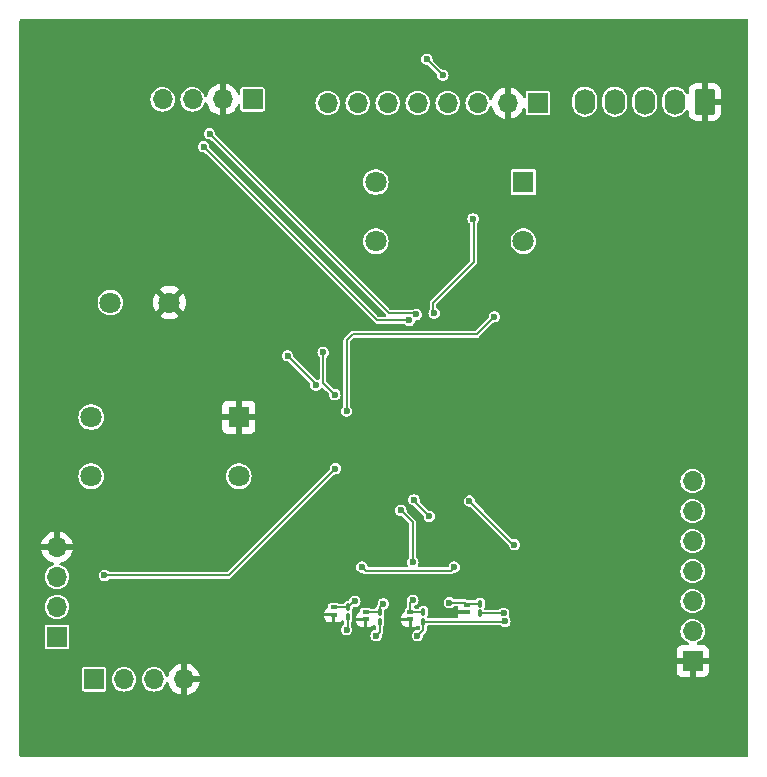
<source format=gbl>
G04 #@! TF.GenerationSoftware,KiCad,Pcbnew,8.0.7*
G04 #@! TF.CreationDate,2025-02-15T14:10:27-06:00*
G04 #@! TF.ProjectId,Rocket,526f636b-6574-42e6-9b69-6361645f7063,rev?*
G04 #@! TF.SameCoordinates,Original*
G04 #@! TF.FileFunction,Copper,L2,Bot*
G04 #@! TF.FilePolarity,Positive*
%FSLAX46Y46*%
G04 Gerber Fmt 4.6, Leading zero omitted, Abs format (unit mm)*
G04 Created by KiCad (PCBNEW 8.0.7) date 2025-02-15 14:10:27*
%MOMM*%
%LPD*%
G01*
G04 APERTURE LIST*
G04 Aperture macros list*
%AMRoundRect*
0 Rectangle with rounded corners*
0 $1 Rounding radius*
0 $2 $3 $4 $5 $6 $7 $8 $9 X,Y pos of 4 corners*
0 Add a 4 corners polygon primitive as box body*
4,1,4,$2,$3,$4,$5,$6,$7,$8,$9,$2,$3,0*
0 Add four circle primitives for the rounded corners*
1,1,$1+$1,$2,$3*
1,1,$1+$1,$4,$5*
1,1,$1+$1,$6,$7*
1,1,$1+$1,$8,$9*
0 Add four rect primitives between the rounded corners*
20,1,$1+$1,$2,$3,$4,$5,0*
20,1,$1+$1,$4,$5,$6,$7,0*
20,1,$1+$1,$6,$7,$8,$9,0*
20,1,$1+$1,$8,$9,$2,$3,0*%
G04 Aperture macros list end*
G04 #@! TA.AperFunction,ComponentPad*
%ADD10R,1.803400X1.803400*%
G04 #@! TD*
G04 #@! TA.AperFunction,ComponentPad*
%ADD11C,1.803400*%
G04 #@! TD*
G04 #@! TA.AperFunction,ComponentPad*
%ADD12RoundRect,0.250000X0.620000X0.845000X-0.620000X0.845000X-0.620000X-0.845000X0.620000X-0.845000X0*%
G04 #@! TD*
G04 #@! TA.AperFunction,ComponentPad*
%ADD13O,1.740000X2.190000*%
G04 #@! TD*
G04 #@! TA.AperFunction,ComponentPad*
%ADD14O,1.700000X1.700000*%
G04 #@! TD*
G04 #@! TA.AperFunction,ComponentPad*
%ADD15R,1.700000X1.700000*%
G04 #@! TD*
G04 #@! TA.AperFunction,SMDPad,CuDef*
%ADD16RoundRect,0.100000X-0.100000X0.217500X-0.100000X-0.217500X0.100000X-0.217500X0.100000X0.217500X0*%
G04 #@! TD*
G04 #@! TA.AperFunction,SMDPad,CuDef*
%ADD17R,0.558800X0.304800*%
G04 #@! TD*
G04 #@! TA.AperFunction,ViaPad*
%ADD18C,0.600000*%
G04 #@! TD*
G04 #@! TA.AperFunction,Conductor*
%ADD19C,0.200000*%
G04 #@! TD*
G04 APERTURE END LIST*
D10*
X121871400Y-71000000D03*
D11*
X121871400Y-76000000D03*
X109371400Y-76000000D03*
X109371400Y-71000000D03*
D10*
X145971400Y-51100000D03*
D11*
X145971400Y-56100000D03*
X133471400Y-56100000D03*
X133471400Y-51100000D03*
D12*
X161320000Y-44300000D03*
D13*
X158780000Y-44300000D03*
X156240000Y-44300000D03*
X153700000Y-44300000D03*
X151160000Y-44300000D03*
D14*
X106475000Y-81980000D03*
X106475000Y-84520000D03*
X106475000Y-87060000D03*
D15*
X106475000Y-89600000D03*
X147180000Y-44400000D03*
D14*
X144640000Y-44400000D03*
X142100000Y-44400000D03*
X139560000Y-44400000D03*
X137020000Y-44400000D03*
X134480000Y-44400000D03*
X131940000Y-44400000D03*
X129400000Y-44400000D03*
D15*
X123040000Y-44100000D03*
D14*
X120500000Y-44100000D03*
X117960000Y-44100000D03*
X115420000Y-44100000D03*
D11*
X111000000Y-61300000D03*
X116000000Y-61300000D03*
D15*
X160300000Y-91660000D03*
D14*
X160300000Y-89120000D03*
X160300000Y-86580000D03*
X160300000Y-84040000D03*
X160300000Y-81500000D03*
X160300000Y-78960000D03*
X160300000Y-76420000D03*
D15*
X109620000Y-93200000D03*
D14*
X112160000Y-93200000D03*
X114700000Y-93200000D03*
X117240000Y-93200000D03*
D16*
X133800000Y-87492500D03*
X133800000Y-88307500D03*
D17*
X141200000Y-87517500D03*
X141200000Y-86882500D03*
D16*
X137500000Y-87492500D03*
X137500000Y-88307500D03*
D17*
X136400000Y-88117500D03*
X136400000Y-87482500D03*
D16*
X142300000Y-86792500D03*
X142300000Y-87607500D03*
D17*
X132600000Y-88117500D03*
X132600000Y-87482500D03*
X129900000Y-87717500D03*
X129900000Y-87082500D03*
D16*
X131100000Y-87092500D03*
X131100000Y-87907500D03*
D18*
X123100000Y-73100000D03*
X161400000Y-46900000D03*
X130050000Y-75350000D03*
X110500000Y-84400000D03*
X109980000Y-81980000D03*
X126000000Y-65800000D03*
X128400000Y-68300000D03*
X129000000Y-65500000D03*
X130000000Y-69100000D03*
X134100000Y-86800000D03*
X136700000Y-78000000D03*
X139700000Y-86700000D03*
X138000000Y-79400000D03*
X131700000Y-86600000D03*
X136600000Y-86500000D03*
X135600000Y-78900000D03*
X136600000Y-83300000D03*
X136300000Y-62800000D03*
X139150000Y-42050000D03*
X137800000Y-40700000D03*
X118900000Y-48100000D03*
X119400000Y-47000000D03*
X136900000Y-62300000D03*
X145200000Y-81800000D03*
X141400000Y-78100000D03*
X140100000Y-83700000D03*
X132300000Y-83700000D03*
X131000000Y-70500000D03*
X143500000Y-62500000D03*
X141700000Y-54200000D03*
X138400000Y-62200000D03*
X144400000Y-88300000D03*
X131000000Y-89000000D03*
X137000000Y-89500000D03*
X144300000Y-87600000D03*
X133500000Y-89500000D03*
X122600000Y-65400000D03*
X120475000Y-93175000D03*
X121000000Y-46000000D03*
X144535000Y-46200000D03*
X142400000Y-61000000D03*
X153500000Y-59000000D03*
X118066600Y-50300000D03*
X157525000Y-92000000D03*
X130536801Y-72065456D03*
X130000000Y-64800000D03*
X145500000Y-67000000D03*
X142000000Y-77500000D03*
X119700000Y-51000000D03*
X122235000Y-53465000D03*
X129400000Y-74300000D03*
X133852062Y-77852062D03*
X157300000Y-70300000D03*
X126000000Y-68400000D03*
X157600000Y-61200000D03*
X150500000Y-58900000D03*
X133300000Y-63420000D03*
X131900000Y-55500000D03*
X109266600Y-51500000D03*
X137800000Y-83300000D03*
X108666600Y-50300000D03*
X119466600Y-61400000D03*
X153725100Y-50225100D03*
D19*
X141745000Y-57855000D02*
X141745000Y-54155000D01*
X138400000Y-62200000D02*
X138300000Y-62100000D01*
X138300000Y-62100000D02*
X138300000Y-61300000D01*
X138300000Y-61300000D02*
X141745000Y-57855000D01*
X130050000Y-75350000D02*
X130100000Y-75300000D01*
X121000000Y-84400000D02*
X130050000Y-75350000D01*
X110500000Y-84400000D02*
X121000000Y-84400000D01*
X126000000Y-65800000D02*
X128400000Y-68200000D01*
X128400000Y-68300000D02*
X128500000Y-68400000D01*
X128400000Y-68200000D02*
X128400000Y-68300000D01*
X129000000Y-68100000D02*
X130000000Y-69100000D01*
X129000000Y-65500000D02*
X129000000Y-68100000D01*
X133800000Y-87100000D02*
X134100000Y-86800000D01*
X132600000Y-87482500D02*
X133790000Y-87482500D01*
X133790000Y-87482500D02*
X133800000Y-87492500D01*
X133800000Y-87492500D02*
X133800000Y-87100000D01*
X139700000Y-86700000D02*
X141017500Y-86700000D01*
X138000000Y-79400000D02*
X136800000Y-78200000D01*
X141290000Y-86792500D02*
X141200000Y-86882500D01*
X142300000Y-86792500D02*
X141290000Y-86792500D01*
X141017500Y-86700000D02*
X141200000Y-86882500D01*
X131100000Y-87092500D02*
X131592500Y-86600000D01*
X131090000Y-87082500D02*
X131100000Y-87092500D01*
X131592500Y-86600000D02*
X131700000Y-86600000D01*
X131700000Y-86600000D02*
X131800000Y-86600000D01*
X129900000Y-87082500D02*
X131090000Y-87082500D01*
X137500000Y-87492500D02*
X136410000Y-87492500D01*
X136600000Y-79900000D02*
X136600000Y-83300000D01*
X136410000Y-87492500D02*
X136400000Y-87482500D01*
X136400000Y-86700000D02*
X136600000Y-86500000D01*
X136400000Y-87482500D02*
X136400000Y-86700000D01*
X135600000Y-78900000D02*
X136600000Y-79900000D01*
X139150000Y-42050000D02*
X137800000Y-40700000D01*
X136300000Y-62800000D02*
X133600000Y-62800000D01*
X133600000Y-62800000D02*
X118900000Y-48100000D01*
X134620000Y-62220000D02*
X119400000Y-47000000D01*
X136820000Y-62220000D02*
X134620000Y-62220000D01*
X136900000Y-62300000D02*
X136820000Y-62220000D01*
X145100000Y-81800000D02*
X145200000Y-81800000D01*
X141400000Y-78100000D02*
X145100000Y-81800000D01*
X139800000Y-84000000D02*
X140100000Y-83700000D01*
X132600000Y-84000000D02*
X139800000Y-84000000D01*
X132300000Y-83700000D02*
X132600000Y-84000000D01*
X143500000Y-62500000D02*
X142000000Y-64000000D01*
X131000000Y-64500000D02*
X131000000Y-70500000D01*
X142000000Y-64000000D02*
X131500000Y-64000000D01*
X131500000Y-64000000D02*
X131000000Y-64500000D01*
X133800000Y-89200000D02*
X133500000Y-89500000D01*
X131100000Y-88900000D02*
X131000000Y-89000000D01*
X142300000Y-87607500D02*
X144292500Y-87607500D01*
X144392500Y-88307500D02*
X144400000Y-88300000D01*
X131100000Y-87907500D02*
X131100000Y-88900000D01*
X137500000Y-89000000D02*
X137000000Y-89500000D01*
X144292500Y-87607500D02*
X144300000Y-87600000D01*
X137500000Y-88307500D02*
X144392500Y-88307500D01*
X133800000Y-88307500D02*
X133800000Y-89200000D01*
X137500000Y-88307500D02*
X137500000Y-89000000D01*
X141500000Y-54200000D02*
X141700000Y-54200000D01*
G04 #@! TA.AperFunction,Conductor*
G36*
X164942539Y-37320185D02*
G01*
X164988294Y-37372989D01*
X164999500Y-37424500D01*
X164999500Y-99675500D01*
X164979815Y-99742539D01*
X164927011Y-99788294D01*
X164875500Y-99799500D01*
X103424500Y-99799500D01*
X103357461Y-99779815D01*
X103311706Y-99727011D01*
X103300500Y-99675500D01*
X103300500Y-92332218D01*
X108589500Y-92332218D01*
X108589500Y-94067774D01*
X108599973Y-94120428D01*
X108599974Y-94120431D01*
X108639867Y-94180134D01*
X108692930Y-94215589D01*
X108699572Y-94220027D01*
X108699575Y-94220027D01*
X108699576Y-94220028D01*
X108725897Y-94225263D01*
X108752223Y-94230500D01*
X110487776Y-94230499D01*
X110540428Y-94220027D01*
X110600133Y-94180133D01*
X110640027Y-94120428D01*
X110650500Y-94067777D01*
X110650499Y-93200000D01*
X111124514Y-93200000D01*
X111144410Y-93402011D01*
X111203337Y-93596267D01*
X111299021Y-93775279D01*
X111299025Y-93775286D01*
X111427800Y-93932199D01*
X111584713Y-94060974D01*
X111584720Y-94060978D01*
X111763732Y-94156662D01*
X111763734Y-94156662D01*
X111763737Y-94156664D01*
X111957987Y-94215589D01*
X111957986Y-94215589D01*
X111976099Y-94217372D01*
X112160000Y-94235486D01*
X112362013Y-94215589D01*
X112556263Y-94156664D01*
X112735285Y-94060975D01*
X112892199Y-93932199D01*
X113020975Y-93775285D01*
X113116664Y-93596263D01*
X113175589Y-93402013D01*
X113195486Y-93200000D01*
X113664514Y-93200000D01*
X113684410Y-93402011D01*
X113743337Y-93596267D01*
X113839021Y-93775279D01*
X113839025Y-93775286D01*
X113967800Y-93932199D01*
X114124713Y-94060974D01*
X114124720Y-94060978D01*
X114303732Y-94156662D01*
X114303734Y-94156662D01*
X114303737Y-94156664D01*
X114497987Y-94215589D01*
X114497986Y-94215589D01*
X114516099Y-94217372D01*
X114700000Y-94235486D01*
X114902013Y-94215589D01*
X115096263Y-94156664D01*
X115275285Y-94060975D01*
X115432199Y-93932199D01*
X115560975Y-93775285D01*
X115656664Y-93596263D01*
X115685603Y-93500861D01*
X115723899Y-93442425D01*
X115787711Y-93413968D01*
X115856778Y-93424527D01*
X115909172Y-93470751D01*
X115924038Y-93504764D01*
X115966567Y-93663486D01*
X115966570Y-93663492D01*
X116066399Y-93877578D01*
X116201894Y-94071082D01*
X116368917Y-94238105D01*
X116562421Y-94373600D01*
X116776507Y-94473429D01*
X116776516Y-94473433D01*
X116990000Y-94530634D01*
X116990000Y-93633012D01*
X117047007Y-93665925D01*
X117174174Y-93700000D01*
X117305826Y-93700000D01*
X117432993Y-93665925D01*
X117490000Y-93633012D01*
X117490000Y-94530633D01*
X117703483Y-94473433D01*
X117703492Y-94473429D01*
X117917578Y-94373600D01*
X118111082Y-94238105D01*
X118278105Y-94071082D01*
X118413600Y-93877578D01*
X118513429Y-93663492D01*
X118513432Y-93663486D01*
X118570636Y-93450000D01*
X117673012Y-93450000D01*
X117705925Y-93392993D01*
X117740000Y-93265826D01*
X117740000Y-93134174D01*
X117705925Y-93007007D01*
X117673012Y-92950000D01*
X118570636Y-92950000D01*
X118570635Y-92949999D01*
X118513432Y-92736513D01*
X118513429Y-92736507D01*
X118413600Y-92522422D01*
X118413599Y-92522420D01*
X118278113Y-92328926D01*
X118278108Y-92328920D01*
X118111082Y-92161894D01*
X117917578Y-92026399D01*
X117703492Y-91926570D01*
X117703486Y-91926567D01*
X117490000Y-91869364D01*
X117490000Y-92766988D01*
X117432993Y-92734075D01*
X117305826Y-92700000D01*
X117174174Y-92700000D01*
X117047007Y-92734075D01*
X116990000Y-92766988D01*
X116990000Y-91869364D01*
X116989999Y-91869364D01*
X116776513Y-91926567D01*
X116776507Y-91926570D01*
X116562422Y-92026399D01*
X116562420Y-92026400D01*
X116368926Y-92161886D01*
X116368920Y-92161891D01*
X116201891Y-92328920D01*
X116201886Y-92328926D01*
X116066400Y-92522420D01*
X116066399Y-92522422D01*
X115966570Y-92736507D01*
X115966567Y-92736514D01*
X115924038Y-92895235D01*
X115887673Y-92954895D01*
X115824826Y-92985424D01*
X115755450Y-92977129D01*
X115701572Y-92932644D01*
X115685604Y-92899141D01*
X115656664Y-92803737D01*
X115560975Y-92624715D01*
X115560974Y-92624713D01*
X115432199Y-92467800D01*
X115275286Y-92339025D01*
X115275279Y-92339021D01*
X115096267Y-92243337D01*
X114999138Y-92213873D01*
X114902013Y-92184411D01*
X114902011Y-92184410D01*
X114902013Y-92184410D01*
X114700000Y-92164514D01*
X114497988Y-92184410D01*
X114303732Y-92243337D01*
X114124720Y-92339021D01*
X114124713Y-92339025D01*
X113967800Y-92467800D01*
X113839025Y-92624713D01*
X113839021Y-92624720D01*
X113743337Y-92803732D01*
X113684410Y-92997988D01*
X113664514Y-93200000D01*
X113195486Y-93200000D01*
X113175589Y-92997987D01*
X113116664Y-92803737D01*
X113116662Y-92803734D01*
X113116662Y-92803732D01*
X113020978Y-92624720D01*
X113020974Y-92624713D01*
X112892199Y-92467800D01*
X112735286Y-92339025D01*
X112735279Y-92339021D01*
X112556267Y-92243337D01*
X112459138Y-92213873D01*
X112362013Y-92184411D01*
X112362011Y-92184410D01*
X112362013Y-92184410D01*
X112160000Y-92164514D01*
X111957988Y-92184410D01*
X111763732Y-92243337D01*
X111584720Y-92339021D01*
X111584713Y-92339025D01*
X111427800Y-92467800D01*
X111299025Y-92624713D01*
X111299021Y-92624720D01*
X111203337Y-92803732D01*
X111144410Y-92997988D01*
X111124514Y-93200000D01*
X110650499Y-93200000D01*
X110650499Y-92332224D01*
X110640027Y-92279572D01*
X110640025Y-92279569D01*
X110640025Y-92279568D01*
X110600132Y-92219865D01*
X110540430Y-92179974D01*
X110540423Y-92179971D01*
X110487780Y-92169500D01*
X108752225Y-92169500D01*
X108699571Y-92179973D01*
X108699568Y-92179974D01*
X108639865Y-92219867D01*
X108599974Y-92279569D01*
X108599971Y-92279576D01*
X108589500Y-92332218D01*
X103300500Y-92332218D01*
X103300500Y-90762155D01*
X158950000Y-90762155D01*
X158950000Y-91410000D01*
X159866988Y-91410000D01*
X159834075Y-91467007D01*
X159800000Y-91594174D01*
X159800000Y-91725826D01*
X159834075Y-91852993D01*
X159866988Y-91910000D01*
X158950000Y-91910000D01*
X158950000Y-92557844D01*
X158956401Y-92617372D01*
X158956403Y-92617379D01*
X159006645Y-92752086D01*
X159006649Y-92752093D01*
X159092809Y-92867187D01*
X159092812Y-92867190D01*
X159207906Y-92953350D01*
X159207913Y-92953354D01*
X159342620Y-93003596D01*
X159342627Y-93003598D01*
X159402155Y-93009999D01*
X159402172Y-93010000D01*
X160050000Y-93010000D01*
X160050000Y-92093012D01*
X160107007Y-92125925D01*
X160234174Y-92160000D01*
X160365826Y-92160000D01*
X160492993Y-92125925D01*
X160550000Y-92093012D01*
X160550000Y-93010000D01*
X161197828Y-93010000D01*
X161197844Y-93009999D01*
X161257372Y-93003598D01*
X161257379Y-93003596D01*
X161392086Y-92953354D01*
X161392093Y-92953350D01*
X161507187Y-92867190D01*
X161507190Y-92867187D01*
X161593350Y-92752093D01*
X161593354Y-92752086D01*
X161643596Y-92617379D01*
X161643598Y-92617372D01*
X161649999Y-92557844D01*
X161650000Y-92557827D01*
X161650000Y-91910000D01*
X160733012Y-91910000D01*
X160765925Y-91852993D01*
X160800000Y-91725826D01*
X160800000Y-91594174D01*
X160765925Y-91467007D01*
X160733012Y-91410000D01*
X161650000Y-91410000D01*
X161650000Y-90762172D01*
X161649999Y-90762155D01*
X161643598Y-90702627D01*
X161643596Y-90702620D01*
X161593354Y-90567913D01*
X161593350Y-90567906D01*
X161507190Y-90452812D01*
X161507187Y-90452809D01*
X161392093Y-90366649D01*
X161392086Y-90366645D01*
X161257379Y-90316403D01*
X161257372Y-90316401D01*
X161197844Y-90310000D01*
X160754758Y-90310000D01*
X160687719Y-90290315D01*
X160641964Y-90237511D01*
X160632020Y-90168353D01*
X160661045Y-90104797D01*
X160696305Y-90076642D01*
X160875279Y-89980978D01*
X160875285Y-89980975D01*
X161032199Y-89852199D01*
X161160975Y-89695285D01*
X161256664Y-89516263D01*
X161315589Y-89322013D01*
X161335486Y-89120000D01*
X161315589Y-88917987D01*
X161256664Y-88723737D01*
X161256662Y-88723734D01*
X161256662Y-88723732D01*
X161160978Y-88544720D01*
X161160974Y-88544713D01*
X161032199Y-88387800D01*
X160875286Y-88259025D01*
X160875279Y-88259021D01*
X160696267Y-88163337D01*
X160599138Y-88133873D01*
X160502013Y-88104411D01*
X160502011Y-88104410D01*
X160502013Y-88104410D01*
X160300000Y-88084514D01*
X160097988Y-88104410D01*
X159903732Y-88163337D01*
X159724720Y-88259021D01*
X159724713Y-88259025D01*
X159567800Y-88387800D01*
X159439025Y-88544713D01*
X159439021Y-88544720D01*
X159343337Y-88723732D01*
X159284410Y-88917988D01*
X159264514Y-89120000D01*
X159284410Y-89322011D01*
X159343337Y-89516267D01*
X159439021Y-89695279D01*
X159439025Y-89695286D01*
X159567800Y-89852199D01*
X159724713Y-89980974D01*
X159724720Y-89980978D01*
X159903695Y-90076642D01*
X159953539Y-90125604D01*
X159969000Y-90193741D01*
X159945169Y-90259421D01*
X159889611Y-90301790D01*
X159845242Y-90310000D01*
X159402155Y-90310000D01*
X159342627Y-90316401D01*
X159342620Y-90316403D01*
X159207913Y-90366645D01*
X159207906Y-90366649D01*
X159092812Y-90452809D01*
X159092809Y-90452812D01*
X159006649Y-90567906D01*
X159006645Y-90567913D01*
X158956403Y-90702620D01*
X158956401Y-90702627D01*
X158950000Y-90762155D01*
X103300500Y-90762155D01*
X103300500Y-88732218D01*
X105444500Y-88732218D01*
X105444500Y-90467774D01*
X105454973Y-90520428D01*
X105454974Y-90520431D01*
X105494867Y-90580134D01*
X105554569Y-90620025D01*
X105554572Y-90620027D01*
X105554575Y-90620027D01*
X105554576Y-90620028D01*
X105580897Y-90625263D01*
X105607223Y-90630500D01*
X107342776Y-90630499D01*
X107395428Y-90620027D01*
X107455133Y-90580133D01*
X107495027Y-90520428D01*
X107505500Y-90467777D01*
X107505499Y-88732224D01*
X107495027Y-88679572D01*
X107495025Y-88679569D01*
X107495025Y-88679568D01*
X107455132Y-88619865D01*
X107395430Y-88579974D01*
X107395423Y-88579971D01*
X107342780Y-88569500D01*
X105607225Y-88569500D01*
X105554571Y-88579973D01*
X105554568Y-88579974D01*
X105494865Y-88619867D01*
X105454974Y-88679569D01*
X105454971Y-88679576D01*
X105444500Y-88732218D01*
X103300500Y-88732218D01*
X103300500Y-87060000D01*
X105439514Y-87060000D01*
X105459410Y-87262011D01*
X105518337Y-87456267D01*
X105614021Y-87635279D01*
X105614025Y-87635286D01*
X105742800Y-87792199D01*
X105899713Y-87920974D01*
X105899720Y-87920978D01*
X106078732Y-88016662D01*
X106078734Y-88016662D01*
X106078737Y-88016664D01*
X106272987Y-88075589D01*
X106272986Y-88075589D01*
X106291099Y-88077372D01*
X106475000Y-88095486D01*
X106677013Y-88075589D01*
X106871263Y-88016664D01*
X107050285Y-87920975D01*
X107054222Y-87917744D01*
X129120600Y-87917744D01*
X129127001Y-87977272D01*
X129127003Y-87977279D01*
X129177245Y-88111986D01*
X129177249Y-88111993D01*
X129263409Y-88227087D01*
X129263412Y-88227090D01*
X129378506Y-88313250D01*
X129378513Y-88313254D01*
X129513220Y-88363496D01*
X129513227Y-88363498D01*
X129572755Y-88369899D01*
X129572772Y-88369900D01*
X129747600Y-88369900D01*
X129747600Y-87869900D01*
X129120600Y-87869900D01*
X129120600Y-87917744D01*
X107054222Y-87917744D01*
X107207199Y-87792199D01*
X107335975Y-87635285D01*
X107399063Y-87517255D01*
X129120600Y-87517255D01*
X129120600Y-87565100D01*
X129776000Y-87565100D01*
X129843039Y-87584785D01*
X129888794Y-87637589D01*
X129900000Y-87689100D01*
X129900000Y-87717500D01*
X129928400Y-87717500D01*
X129995439Y-87737185D01*
X130041194Y-87789989D01*
X130052400Y-87841500D01*
X130052400Y-88369900D01*
X130227228Y-88369900D01*
X130227244Y-88369899D01*
X130286772Y-88363498D01*
X130286779Y-88363496D01*
X130421486Y-88313254D01*
X130421493Y-88313250D01*
X130536587Y-88227090D01*
X130542860Y-88220818D01*
X130543792Y-88221750D01*
X130592427Y-88185340D01*
X130662118Y-88180353D01*
X130723443Y-88213835D01*
X130749198Y-88251431D01*
X130764580Y-88286267D01*
X130764581Y-88286268D01*
X130783181Y-88304868D01*
X130816666Y-88366191D01*
X130819500Y-88392549D01*
X130819500Y-88477119D01*
X130799815Y-88544158D01*
X130762540Y-88581434D01*
X130682106Y-88633126D01*
X130682104Y-88633127D01*
X130682104Y-88633128D01*
X130603595Y-88723732D01*
X130591621Y-88737551D01*
X130591620Y-88737552D01*
X130534222Y-88863234D01*
X130514559Y-89000000D01*
X130534222Y-89136765D01*
X130579966Y-89236928D01*
X130591621Y-89262449D01*
X130682104Y-89366872D01*
X130682106Y-89366873D01*
X130682108Y-89366875D01*
X130798338Y-89441572D01*
X130798343Y-89441574D01*
X130930912Y-89480499D01*
X130930914Y-89480500D01*
X130930915Y-89480500D01*
X131069086Y-89480500D01*
X131069086Y-89480499D01*
X131201659Y-89441573D01*
X131317896Y-89366872D01*
X131408379Y-89262449D01*
X131465777Y-89136765D01*
X131485441Y-89000000D01*
X131465777Y-88863235D01*
X131451718Y-88832451D01*
X131446644Y-88821340D01*
X131408379Y-88737551D01*
X131408374Y-88737545D01*
X131403584Y-88730091D01*
X131405537Y-88728835D01*
X131381762Y-88676772D01*
X131380500Y-88659128D01*
X131380500Y-88392549D01*
X131400185Y-88325510D01*
X131406443Y-88317744D01*
X131820600Y-88317744D01*
X131827001Y-88377272D01*
X131827003Y-88377279D01*
X131877245Y-88511986D01*
X131877249Y-88511993D01*
X131963409Y-88627087D01*
X131963412Y-88627090D01*
X132078506Y-88713250D01*
X132078513Y-88713254D01*
X132213220Y-88763496D01*
X132213227Y-88763498D01*
X132272755Y-88769899D01*
X132272772Y-88769900D01*
X132447600Y-88769900D01*
X132447600Y-88269900D01*
X131820600Y-88269900D01*
X131820600Y-88317744D01*
X131406443Y-88317744D01*
X131416819Y-88304868D01*
X131421687Y-88300000D01*
X131435420Y-88286267D01*
X131477779Y-88190333D01*
X131480500Y-88166880D01*
X131480500Y-87917255D01*
X131820600Y-87917255D01*
X131820600Y-87965100D01*
X132476000Y-87965100D01*
X132543039Y-87984785D01*
X132588794Y-88037589D01*
X132600000Y-88089100D01*
X132600000Y-88117500D01*
X132628400Y-88117500D01*
X132695439Y-88137185D01*
X132741194Y-88189989D01*
X132752400Y-88241500D01*
X132752400Y-88769900D01*
X132927228Y-88769900D01*
X132927244Y-88769899D01*
X132986772Y-88763498D01*
X132986779Y-88763496D01*
X133121486Y-88713254D01*
X133121493Y-88713250D01*
X133236587Y-88627090D01*
X133242860Y-88620818D01*
X133243792Y-88621750D01*
X133292427Y-88585340D01*
X133362118Y-88580353D01*
X133423443Y-88613835D01*
X133449198Y-88651431D01*
X133464580Y-88686267D01*
X133464581Y-88686268D01*
X133483181Y-88704868D01*
X133516666Y-88766191D01*
X133519500Y-88792549D01*
X133519500Y-88900663D01*
X133499815Y-88967702D01*
X133447011Y-89013457D01*
X133430435Y-89019640D01*
X133298341Y-89058426D01*
X133298338Y-89058427D01*
X133182108Y-89133124D01*
X133182106Y-89133126D01*
X133091621Y-89237551D01*
X133091620Y-89237552D01*
X133034222Y-89363234D01*
X133014559Y-89500000D01*
X133034222Y-89636765D01*
X133091620Y-89762447D01*
X133091621Y-89762449D01*
X133182104Y-89866872D01*
X133182106Y-89866873D01*
X133182108Y-89866875D01*
X133298338Y-89941572D01*
X133298343Y-89941574D01*
X133430912Y-89980499D01*
X133430914Y-89980500D01*
X133430915Y-89980500D01*
X133569086Y-89980500D01*
X133569086Y-89980499D01*
X133701659Y-89941573D01*
X133817896Y-89866872D01*
X133908379Y-89762449D01*
X133965777Y-89636765D01*
X133985441Y-89500000D01*
X133983117Y-89483838D01*
X133993061Y-89414682D01*
X134018175Y-89378511D01*
X134024456Y-89372231D01*
X134061384Y-89308269D01*
X134080500Y-89236928D01*
X134080500Y-88792549D01*
X134100185Y-88725510D01*
X134116819Y-88704868D01*
X134135420Y-88686267D01*
X134177779Y-88590333D01*
X134180500Y-88566880D01*
X134180500Y-88317744D01*
X135620600Y-88317744D01*
X135627001Y-88377272D01*
X135627003Y-88377279D01*
X135677245Y-88511986D01*
X135677249Y-88511993D01*
X135763409Y-88627087D01*
X135763412Y-88627090D01*
X135878506Y-88713250D01*
X135878513Y-88713254D01*
X136013220Y-88763496D01*
X136013227Y-88763498D01*
X136072755Y-88769899D01*
X136072772Y-88769900D01*
X136247600Y-88769900D01*
X136247600Y-88269900D01*
X135620600Y-88269900D01*
X135620600Y-88317744D01*
X134180500Y-88317744D01*
X134180500Y-88048120D01*
X134177779Y-88024667D01*
X134144847Y-87950084D01*
X134140548Y-87917255D01*
X135620600Y-87917255D01*
X135620600Y-87965100D01*
X136276000Y-87965100D01*
X136343039Y-87984785D01*
X136388794Y-88037589D01*
X136400000Y-88089100D01*
X136400000Y-88117500D01*
X136428400Y-88117500D01*
X136495439Y-88137185D01*
X136541194Y-88189989D01*
X136552400Y-88241500D01*
X136552400Y-88769900D01*
X136727228Y-88769900D01*
X136727244Y-88769899D01*
X136786772Y-88763498D01*
X136786779Y-88763496D01*
X136921486Y-88713254D01*
X136921489Y-88713252D01*
X136990870Y-88661314D01*
X137056335Y-88636896D01*
X137124608Y-88651747D01*
X137155198Y-88679398D01*
X137156455Y-88678142D01*
X137183181Y-88704868D01*
X137216666Y-88766191D01*
X137219500Y-88792549D01*
X137219500Y-88832451D01*
X137199815Y-88899490D01*
X137183181Y-88920132D01*
X137120132Y-88983181D01*
X137058809Y-89016666D01*
X137032451Y-89019500D01*
X136930912Y-89019500D01*
X136798343Y-89058425D01*
X136798338Y-89058427D01*
X136682108Y-89133124D01*
X136682106Y-89133126D01*
X136591621Y-89237551D01*
X136591620Y-89237552D01*
X136534222Y-89363234D01*
X136514559Y-89500000D01*
X136534222Y-89636765D01*
X136591620Y-89762447D01*
X136591621Y-89762449D01*
X136682104Y-89866872D01*
X136682106Y-89866873D01*
X136682108Y-89866875D01*
X136798338Y-89941572D01*
X136798343Y-89941574D01*
X136930912Y-89980499D01*
X136930914Y-89980500D01*
X136930915Y-89980500D01*
X137069086Y-89980500D01*
X137069086Y-89980499D01*
X137201659Y-89941573D01*
X137317896Y-89866872D01*
X137408379Y-89762449D01*
X137465777Y-89636765D01*
X137485441Y-89500000D01*
X137483117Y-89483840D01*
X137493058Y-89414685D01*
X137518168Y-89378518D01*
X137724456Y-89172231D01*
X137761384Y-89108269D01*
X137780500Y-89036928D01*
X137780500Y-88963071D01*
X137780500Y-88792549D01*
X137800185Y-88725510D01*
X137816819Y-88704868D01*
X137835420Y-88686267D01*
X137846173Y-88661914D01*
X137891259Y-88608537D01*
X137958045Y-88588010D01*
X137959607Y-88588000D01*
X143957132Y-88588000D01*
X144024171Y-88607685D01*
X144050844Y-88630797D01*
X144082101Y-88666869D01*
X144082108Y-88666875D01*
X144198338Y-88741572D01*
X144198343Y-88741574D01*
X144330912Y-88780499D01*
X144330914Y-88780500D01*
X144330915Y-88780500D01*
X144469086Y-88780500D01*
X144469086Y-88780499D01*
X144601659Y-88741573D01*
X144607915Y-88737553D01*
X144698139Y-88679569D01*
X144717896Y-88666872D01*
X144808379Y-88562449D01*
X144865777Y-88436765D01*
X144885441Y-88300000D01*
X144865777Y-88163235D01*
X144853880Y-88137185D01*
X144813206Y-88048121D01*
X144808379Y-88037551D01*
X144742710Y-87961764D01*
X144713686Y-87898212D01*
X144723628Y-87829057D01*
X144765777Y-87736765D01*
X144785441Y-87600000D01*
X144765777Y-87463235D01*
X144763258Y-87457720D01*
X144725633Y-87375333D01*
X144708379Y-87337551D01*
X144617896Y-87233128D01*
X144617893Y-87233126D01*
X144617891Y-87233124D01*
X144501661Y-87158427D01*
X144501656Y-87158425D01*
X144369087Y-87119500D01*
X144369085Y-87119500D01*
X144230915Y-87119500D01*
X144230912Y-87119500D01*
X144098343Y-87158425D01*
X144098338Y-87158427D01*
X143982108Y-87233124D01*
X143982105Y-87233127D01*
X143937846Y-87284204D01*
X143879068Y-87321977D01*
X143844134Y-87327000D01*
X142759607Y-87327000D01*
X142692568Y-87307315D01*
X142646813Y-87254511D01*
X142646178Y-87253098D01*
X142645992Y-87252676D01*
X142644852Y-87250096D01*
X142635774Y-87180821D01*
X142644846Y-87149917D01*
X142677779Y-87075333D01*
X142680500Y-87051880D01*
X142680500Y-86580000D01*
X159264514Y-86580000D01*
X159284410Y-86782011D01*
X159343337Y-86976267D01*
X159439021Y-87155279D01*
X159439025Y-87155286D01*
X159567800Y-87312199D01*
X159724713Y-87440974D01*
X159724720Y-87440978D01*
X159903732Y-87536662D01*
X159903734Y-87536662D01*
X159903737Y-87536664D01*
X160097987Y-87595589D01*
X160097986Y-87595589D01*
X160116099Y-87597372D01*
X160300000Y-87615486D01*
X160502013Y-87595589D01*
X160696263Y-87536664D01*
X160875285Y-87440975D01*
X161032199Y-87312199D01*
X161160975Y-87155285D01*
X161236202Y-87014544D01*
X161256662Y-86976267D01*
X161256662Y-86976266D01*
X161256664Y-86976263D01*
X161315589Y-86782013D01*
X161335486Y-86580000D01*
X161315589Y-86377987D01*
X161256664Y-86183737D01*
X161256662Y-86183734D01*
X161256662Y-86183732D01*
X161160978Y-86004720D01*
X161160974Y-86004713D01*
X161032199Y-85847800D01*
X160875286Y-85719025D01*
X160875279Y-85719021D01*
X160696267Y-85623337D01*
X160599138Y-85593873D01*
X160502013Y-85564411D01*
X160502011Y-85564410D01*
X160502013Y-85564410D01*
X160300000Y-85544514D01*
X160097988Y-85564410D01*
X159903732Y-85623337D01*
X159724720Y-85719021D01*
X159724713Y-85719025D01*
X159567800Y-85847800D01*
X159439025Y-86004713D01*
X159439021Y-86004720D01*
X159343337Y-86183732D01*
X159284410Y-86377988D01*
X159264514Y-86580000D01*
X142680500Y-86580000D01*
X142680500Y-86533120D01*
X142677779Y-86509667D01*
X142670117Y-86492315D01*
X142662206Y-86474398D01*
X142635420Y-86413733D01*
X142561267Y-86339580D01*
X142534588Y-86327800D01*
X142465334Y-86297221D01*
X142441881Y-86294500D01*
X142441880Y-86294500D01*
X142158120Y-86294500D01*
X142158118Y-86294500D01*
X142134666Y-86297221D01*
X142134664Y-86297221D01*
X142038732Y-86339580D01*
X141964579Y-86413733D01*
X141953827Y-86438086D01*
X141908741Y-86491463D01*
X141841955Y-86511990D01*
X141840393Y-86512000D01*
X141277549Y-86512000D01*
X141210510Y-86492315D01*
X141189868Y-86475681D01*
X141189732Y-86475545D01*
X141189731Y-86475544D01*
X141125769Y-86438616D01*
X141123791Y-86438086D01*
X141105288Y-86433127D01*
X141105288Y-86433128D01*
X141054429Y-86419500D01*
X141054428Y-86419500D01*
X140149367Y-86419500D01*
X140082328Y-86399815D01*
X140055655Y-86376704D01*
X140043983Y-86363234D01*
X140017896Y-86333128D01*
X140017893Y-86333126D01*
X140017891Y-86333124D01*
X139901661Y-86258427D01*
X139901656Y-86258425D01*
X139769087Y-86219500D01*
X139769085Y-86219500D01*
X139630915Y-86219500D01*
X139630912Y-86219500D01*
X139498343Y-86258425D01*
X139498338Y-86258427D01*
X139382108Y-86333124D01*
X139382106Y-86333126D01*
X139382104Y-86333127D01*
X139382104Y-86333128D01*
X139312260Y-86413732D01*
X139291621Y-86437551D01*
X139291620Y-86437552D01*
X139234222Y-86563234D01*
X139214559Y-86700000D01*
X139234222Y-86836765D01*
X139282087Y-86941572D01*
X139291621Y-86962449D01*
X139382104Y-87066872D01*
X139382106Y-87066873D01*
X139382108Y-87066875D01*
X139498338Y-87141572D01*
X139498343Y-87141574D01*
X139630912Y-87180499D01*
X139630914Y-87180500D01*
X139630915Y-87180500D01*
X139769086Y-87180500D01*
X139769086Y-87180499D01*
X139901659Y-87141573D01*
X139911984Y-87134938D01*
X139996692Y-87080499D01*
X140017896Y-87066872D01*
X140055655Y-87023296D01*
X140114433Y-86985523D01*
X140149367Y-86980500D01*
X140351807Y-86980500D01*
X140418846Y-87000185D01*
X140464601Y-87052989D01*
X140474545Y-87122147D01*
X140467989Y-87147834D01*
X140427002Y-87257723D01*
X140427001Y-87257727D01*
X140420600Y-87317255D01*
X140420600Y-87365100D01*
X141076000Y-87365100D01*
X141143039Y-87384785D01*
X141188794Y-87437589D01*
X141200000Y-87489100D01*
X141200000Y-87545900D01*
X141180315Y-87612939D01*
X141127511Y-87658694D01*
X141076000Y-87669900D01*
X140420600Y-87669900D01*
X140420600Y-87717744D01*
X140427001Y-87777272D01*
X140427003Y-87777279D01*
X140457732Y-87859667D01*
X140462716Y-87929358D01*
X140429231Y-87990681D01*
X140367908Y-88024166D01*
X140341550Y-88027000D01*
X137959607Y-88027000D01*
X137892568Y-88007315D01*
X137846813Y-87954511D01*
X137846178Y-87953098D01*
X137844852Y-87950096D01*
X137835774Y-87880821D01*
X137844846Y-87849917D01*
X137877779Y-87775333D01*
X137880500Y-87751880D01*
X137880500Y-87233120D01*
X137877779Y-87209667D01*
X137874389Y-87201990D01*
X137858071Y-87165033D01*
X137835420Y-87113733D01*
X137761267Y-87039580D01*
X137728611Y-87025161D01*
X137665334Y-86997221D01*
X137641881Y-86994500D01*
X137641880Y-86994500D01*
X137358120Y-86994500D01*
X137358118Y-86994500D01*
X137334666Y-86997221D01*
X137334664Y-86997221D01*
X137238732Y-87039580D01*
X137164579Y-87113733D01*
X137153827Y-87138086D01*
X137108741Y-87191463D01*
X137041955Y-87211990D01*
X137040393Y-87212000D01*
X136865157Y-87212000D01*
X136798118Y-87192315D01*
X136796265Y-87191101D01*
X136759005Y-87166204D01*
X136714201Y-87112592D01*
X136705494Y-87043267D01*
X136735649Y-86980239D01*
X136792967Y-86944125D01*
X136801659Y-86941573D01*
X136809141Y-86936765D01*
X136889193Y-86885318D01*
X136917896Y-86866872D01*
X137008379Y-86762449D01*
X137065777Y-86636765D01*
X137085441Y-86500000D01*
X137065777Y-86363235D01*
X137063581Y-86358427D01*
X137034387Y-86294500D01*
X137008379Y-86237551D01*
X136917896Y-86133128D01*
X136917893Y-86133126D01*
X136917891Y-86133124D01*
X136801661Y-86058427D01*
X136801656Y-86058425D01*
X136669087Y-86019500D01*
X136669085Y-86019500D01*
X136530915Y-86019500D01*
X136530912Y-86019500D01*
X136398343Y-86058425D01*
X136398338Y-86058427D01*
X136282108Y-86133124D01*
X136282106Y-86133126D01*
X136282104Y-86133127D01*
X136282104Y-86133128D01*
X136225004Y-86199025D01*
X136191621Y-86237551D01*
X136191620Y-86237552D01*
X136134222Y-86363234D01*
X136114559Y-86500000D01*
X136127923Y-86592955D01*
X136124960Y-86642694D01*
X136119500Y-86663071D01*
X136119500Y-87048501D01*
X136099815Y-87115540D01*
X136058833Y-87151051D01*
X136060327Y-87153287D01*
X135990465Y-87199967D01*
X135950574Y-87259669D01*
X135950571Y-87259676D01*
X135940100Y-87312318D01*
X135940100Y-87414544D01*
X135920415Y-87481583D01*
X135884534Y-87514995D01*
X135885611Y-87516433D01*
X135763409Y-87607913D01*
X135677249Y-87723006D01*
X135677245Y-87723013D01*
X135627003Y-87857720D01*
X135627001Y-87857727D01*
X135620600Y-87917255D01*
X134140548Y-87917255D01*
X134135776Y-87880809D01*
X134144846Y-87849917D01*
X134177779Y-87775333D01*
X134180500Y-87751880D01*
X134180500Y-87369973D01*
X134200185Y-87302934D01*
X134252989Y-87257179D01*
X134269559Y-87250997D01*
X134301659Y-87241573D01*
X134314802Y-87233127D01*
X134417891Y-87166875D01*
X134417890Y-87166875D01*
X134417896Y-87166872D01*
X134508379Y-87062449D01*
X134565777Y-86936765D01*
X134585441Y-86800000D01*
X134565849Y-86663737D01*
X134565777Y-86663234D01*
X134508379Y-86537552D01*
X134508379Y-86537551D01*
X134417896Y-86433128D01*
X134417893Y-86433126D01*
X134417891Y-86433124D01*
X134301661Y-86358427D01*
X134301656Y-86358425D01*
X134169087Y-86319500D01*
X134169085Y-86319500D01*
X134030915Y-86319500D01*
X134030912Y-86319500D01*
X133898343Y-86358425D01*
X133898338Y-86358427D01*
X133782108Y-86433124D01*
X133782106Y-86433126D01*
X133782104Y-86433127D01*
X133782104Y-86433128D01*
X133715783Y-86509667D01*
X133691621Y-86537551D01*
X133691620Y-86537552D01*
X133634222Y-86663234D01*
X133614559Y-86800000D01*
X133614559Y-86800001D01*
X133616882Y-86816160D01*
X133606938Y-86885318D01*
X133581829Y-86921483D01*
X133575543Y-86927768D01*
X133545101Y-86980495D01*
X133545102Y-86980496D01*
X133538618Y-86991727D01*
X133538615Y-86991734D01*
X133529658Y-87025161D01*
X133497566Y-87080745D01*
X133464581Y-87113730D01*
X133458242Y-87128088D01*
X133413155Y-87181464D01*
X133346368Y-87201990D01*
X133344808Y-87202000D01*
X133050190Y-87202000D01*
X132983151Y-87182315D01*
X132981340Y-87181128D01*
X132957251Y-87165033D01*
X132949827Y-87160072D01*
X132949823Y-87160071D01*
X132897180Y-87149600D01*
X132302825Y-87149600D01*
X132250171Y-87160073D01*
X132250168Y-87160074D01*
X132190465Y-87199967D01*
X132150574Y-87259669D01*
X132150571Y-87259676D01*
X132140100Y-87312318D01*
X132140100Y-87414544D01*
X132120415Y-87481583D01*
X132084534Y-87514995D01*
X132085611Y-87516433D01*
X131963409Y-87607913D01*
X131877249Y-87723006D01*
X131877245Y-87723013D01*
X131827003Y-87857720D01*
X131827001Y-87857727D01*
X131820600Y-87917255D01*
X131480500Y-87917255D01*
X131480500Y-87648120D01*
X131477779Y-87624667D01*
X131444847Y-87550084D01*
X131435776Y-87480809D01*
X131444846Y-87449917D01*
X131477779Y-87375333D01*
X131480500Y-87351880D01*
X131480500Y-87201977D01*
X131500185Y-87134938D01*
X131552989Y-87089183D01*
X131622147Y-87079239D01*
X131622149Y-87079239D01*
X131630911Y-87080498D01*
X131630915Y-87080500D01*
X131630919Y-87080500D01*
X131769086Y-87080500D01*
X131769086Y-87080499D01*
X131901659Y-87041573D01*
X131904761Y-87039580D01*
X131996690Y-86980500D01*
X132017896Y-86966872D01*
X132108379Y-86862449D01*
X132165777Y-86736765D01*
X132185441Y-86600000D01*
X132168248Y-86480426D01*
X132165777Y-86463234D01*
X132126846Y-86377988D01*
X132108379Y-86337551D01*
X132017896Y-86233128D01*
X132017893Y-86233126D01*
X132017891Y-86233124D01*
X131901661Y-86158427D01*
X131901656Y-86158425D01*
X131769087Y-86119500D01*
X131769085Y-86119500D01*
X131630915Y-86119500D01*
X131630912Y-86119500D01*
X131498343Y-86158425D01*
X131498338Y-86158427D01*
X131382108Y-86233124D01*
X131382106Y-86233126D01*
X131382104Y-86233127D01*
X131382104Y-86233128D01*
X131328925Y-86294500D01*
X131291621Y-86337551D01*
X131291618Y-86337554D01*
X131234224Y-86463230D01*
X131234222Y-86463238D01*
X131230641Y-86488147D01*
X131201616Y-86551703D01*
X131142838Y-86589477D01*
X131107903Y-86594500D01*
X130958118Y-86594500D01*
X130934666Y-86597221D01*
X130934664Y-86597221D01*
X130838732Y-86639580D01*
X130764582Y-86713730D01*
X130764576Y-86713738D01*
X130758242Y-86728086D01*
X130713156Y-86781463D01*
X130646370Y-86801990D01*
X130644808Y-86802000D01*
X130350190Y-86802000D01*
X130283151Y-86782315D01*
X130281340Y-86781128D01*
X130253384Y-86762449D01*
X130249827Y-86760072D01*
X130249823Y-86760071D01*
X130197180Y-86749600D01*
X129602825Y-86749600D01*
X129550171Y-86760073D01*
X129550168Y-86760074D01*
X129490465Y-86799967D01*
X129450574Y-86859669D01*
X129450571Y-86859676D01*
X129440100Y-86912318D01*
X129440100Y-87014544D01*
X129420415Y-87081583D01*
X129384534Y-87114995D01*
X129385611Y-87116433D01*
X129263409Y-87207913D01*
X129177249Y-87323006D01*
X129177245Y-87323013D01*
X129127003Y-87457720D01*
X129127001Y-87457727D01*
X129120600Y-87517255D01*
X107399063Y-87517255D01*
X107423644Y-87471267D01*
X107431662Y-87456267D01*
X107431662Y-87456266D01*
X107431664Y-87456263D01*
X107490589Y-87262013D01*
X107510486Y-87060000D01*
X107490589Y-86857987D01*
X107431664Y-86663737D01*
X107431662Y-86663734D01*
X107431662Y-86663732D01*
X107335978Y-86484720D01*
X107335974Y-86484713D01*
X107207199Y-86327800D01*
X107050286Y-86199025D01*
X107050279Y-86199021D01*
X106871267Y-86103337D01*
X106774138Y-86073873D01*
X106677013Y-86044411D01*
X106677011Y-86044410D01*
X106677013Y-86044410D01*
X106475000Y-86024514D01*
X106272988Y-86044410D01*
X106078732Y-86103337D01*
X105899720Y-86199021D01*
X105899713Y-86199025D01*
X105742800Y-86327800D01*
X105614025Y-86484713D01*
X105614021Y-86484720D01*
X105518337Y-86663732D01*
X105459410Y-86857988D01*
X105439514Y-87060000D01*
X103300500Y-87060000D01*
X103300500Y-81729999D01*
X105144364Y-81729999D01*
X105144364Y-81730000D01*
X106041988Y-81730000D01*
X106009075Y-81787007D01*
X105975000Y-81914174D01*
X105975000Y-82045826D01*
X106009075Y-82172993D01*
X106041988Y-82230000D01*
X105144364Y-82230000D01*
X105201567Y-82443486D01*
X105201570Y-82443492D01*
X105301399Y-82657578D01*
X105436894Y-82851082D01*
X105603917Y-83018105D01*
X105797421Y-83153600D01*
X106011507Y-83253429D01*
X106011516Y-83253433D01*
X106170234Y-83295961D01*
X106229895Y-83332326D01*
X106260424Y-83395173D01*
X106252129Y-83464548D01*
X106207644Y-83518426D01*
X106174137Y-83534396D01*
X106078735Y-83563336D01*
X105899720Y-83659021D01*
X105899713Y-83659025D01*
X105742800Y-83787800D01*
X105614025Y-83944713D01*
X105614021Y-83944720D01*
X105518337Y-84123732D01*
X105459410Y-84317988D01*
X105439514Y-84520000D01*
X105459410Y-84722011D01*
X105518337Y-84916267D01*
X105614021Y-85095279D01*
X105614025Y-85095286D01*
X105742800Y-85252199D01*
X105899713Y-85380974D01*
X105899720Y-85380978D01*
X106078732Y-85476662D01*
X106078734Y-85476662D01*
X106078737Y-85476664D01*
X106272987Y-85535589D01*
X106272986Y-85535589D01*
X106291099Y-85537372D01*
X106475000Y-85555486D01*
X106677013Y-85535589D01*
X106871263Y-85476664D01*
X107050285Y-85380975D01*
X107207199Y-85252199D01*
X107335975Y-85095285D01*
X107431664Y-84916263D01*
X107490589Y-84722013D01*
X107510486Y-84520000D01*
X107498667Y-84400000D01*
X110014559Y-84400000D01*
X110034222Y-84536765D01*
X110091134Y-84661383D01*
X110091621Y-84662449D01*
X110182104Y-84766872D01*
X110182106Y-84766873D01*
X110182108Y-84766875D01*
X110298338Y-84841572D01*
X110298343Y-84841574D01*
X110430912Y-84880499D01*
X110430914Y-84880500D01*
X110430915Y-84880500D01*
X110569086Y-84880500D01*
X110569086Y-84880499D01*
X110701659Y-84841573D01*
X110817896Y-84766872D01*
X110855655Y-84723296D01*
X110914433Y-84685523D01*
X110949367Y-84680500D01*
X121036927Y-84680500D01*
X121036929Y-84680500D01*
X121108269Y-84661384D01*
X121140021Y-84643052D01*
X121172231Y-84624456D01*
X121224456Y-84572231D01*
X121224456Y-84572229D01*
X121234660Y-84562026D01*
X121234663Y-84562021D01*
X122096684Y-83700000D01*
X131814559Y-83700000D01*
X131834222Y-83836765D01*
X131883521Y-83944713D01*
X131891621Y-83962449D01*
X131982104Y-84066872D01*
X131982106Y-84066873D01*
X131982108Y-84066875D01*
X132098338Y-84141572D01*
X132098343Y-84141574D01*
X132230912Y-84180499D01*
X132230914Y-84180500D01*
X132332451Y-84180500D01*
X132399490Y-84200185D01*
X132420132Y-84216819D01*
X132427769Y-84224456D01*
X132491731Y-84261384D01*
X132563071Y-84280500D01*
X132563072Y-84280500D01*
X132563073Y-84280500D01*
X139836927Y-84280500D01*
X139836929Y-84280500D01*
X139908269Y-84261384D01*
X139972231Y-84224456D01*
X139979865Y-84216820D01*
X140041186Y-84183335D01*
X140067549Y-84180500D01*
X140169086Y-84180500D01*
X140169086Y-84180499D01*
X140301659Y-84141573D01*
X140307918Y-84137551D01*
X140417891Y-84066875D01*
X140417890Y-84066875D01*
X140417896Y-84066872D01*
X140441181Y-84040000D01*
X159264514Y-84040000D01*
X159284410Y-84242011D01*
X159343337Y-84436267D01*
X159439021Y-84615279D01*
X159439025Y-84615286D01*
X159567800Y-84772199D01*
X159724713Y-84900974D01*
X159724720Y-84900978D01*
X159903732Y-84996662D01*
X159903734Y-84996662D01*
X159903737Y-84996664D01*
X160097987Y-85055589D01*
X160097986Y-85055589D01*
X160116099Y-85057372D01*
X160300000Y-85075486D01*
X160502013Y-85055589D01*
X160696263Y-84996664D01*
X160875285Y-84900975D01*
X161032199Y-84772199D01*
X161160975Y-84615285D01*
X161256664Y-84436263D01*
X161315589Y-84242013D01*
X161335486Y-84040000D01*
X161315589Y-83837987D01*
X161256664Y-83643737D01*
X161256662Y-83643734D01*
X161256662Y-83643732D01*
X161160978Y-83464720D01*
X161160974Y-83464713D01*
X161032199Y-83307800D01*
X160875286Y-83179025D01*
X160875279Y-83179021D01*
X160696267Y-83083337D01*
X160545333Y-83037552D01*
X160502013Y-83024411D01*
X160502011Y-83024410D01*
X160502013Y-83024410D01*
X160300000Y-83004514D01*
X160097988Y-83024410D01*
X159903732Y-83083337D01*
X159724720Y-83179021D01*
X159724713Y-83179025D01*
X159567800Y-83307800D01*
X159439025Y-83464713D01*
X159439021Y-83464720D01*
X159343337Y-83643732D01*
X159284410Y-83837988D01*
X159264514Y-84040000D01*
X140441181Y-84040000D01*
X140508379Y-83962449D01*
X140565777Y-83836765D01*
X140585441Y-83700000D01*
X140565777Y-83563235D01*
X140556987Y-83543988D01*
X140529826Y-83484514D01*
X140508379Y-83437551D01*
X140417896Y-83333128D01*
X140417893Y-83333126D01*
X140417891Y-83333124D01*
X140301661Y-83258427D01*
X140301656Y-83258425D01*
X140169087Y-83219500D01*
X140169085Y-83219500D01*
X140030915Y-83219500D01*
X140030912Y-83219500D01*
X139898343Y-83258425D01*
X139898338Y-83258427D01*
X139782108Y-83333124D01*
X139782106Y-83333126D01*
X139691621Y-83437551D01*
X139691620Y-83437552D01*
X139634222Y-83563234D01*
X139627047Y-83613146D01*
X139598023Y-83676702D01*
X139539245Y-83714477D01*
X139504309Y-83719500D01*
X137129604Y-83719500D01*
X137062565Y-83699815D01*
X137016810Y-83647011D01*
X137006866Y-83577853D01*
X137016810Y-83543988D01*
X137065777Y-83436765D01*
X137076351Y-83363220D01*
X137085441Y-83300000D01*
X137065777Y-83163235D01*
X137008379Y-83037551D01*
X136917896Y-82933128D01*
X136917894Y-82933126D01*
X136912088Y-82926426D01*
X136914584Y-82924262D01*
X136885512Y-82878994D01*
X136880500Y-82844095D01*
X136880500Y-79863074D01*
X136880500Y-79863072D01*
X136861384Y-79791731D01*
X136824456Y-79727769D01*
X136772231Y-79675544D01*
X136772230Y-79675543D01*
X136118174Y-79021487D01*
X136084689Y-78960164D01*
X136083118Y-78916156D01*
X136085441Y-78900001D01*
X136085441Y-78900000D01*
X136065777Y-78763234D01*
X136008379Y-78637552D01*
X136008379Y-78637551D01*
X135917896Y-78533128D01*
X135917893Y-78533126D01*
X135917891Y-78533124D01*
X135801661Y-78458427D01*
X135801656Y-78458425D01*
X135669087Y-78419500D01*
X135669085Y-78419500D01*
X135530915Y-78419500D01*
X135530912Y-78419500D01*
X135398343Y-78458425D01*
X135398338Y-78458427D01*
X135282108Y-78533124D01*
X135282106Y-78533126D01*
X135282104Y-78533127D01*
X135282104Y-78533128D01*
X135255581Y-78563737D01*
X135191621Y-78637551D01*
X135191620Y-78637552D01*
X135134222Y-78763234D01*
X135114559Y-78900000D01*
X135134222Y-79036765D01*
X135180250Y-79137551D01*
X135191621Y-79162449D01*
X135282104Y-79266872D01*
X135282106Y-79266873D01*
X135282108Y-79266875D01*
X135398338Y-79341572D01*
X135398343Y-79341574D01*
X135448384Y-79356267D01*
X135519526Y-79377156D01*
X135530912Y-79380499D01*
X135530914Y-79380500D01*
X135632452Y-79380500D01*
X135699491Y-79400185D01*
X135720133Y-79416819D01*
X136283181Y-79979867D01*
X136316666Y-80041190D01*
X136319500Y-80067548D01*
X136319500Y-82844095D01*
X136299815Y-82911134D01*
X136287144Y-82925761D01*
X136287912Y-82926426D01*
X136282105Y-82933127D01*
X136282104Y-82933128D01*
X136220248Y-83004514D01*
X136191621Y-83037551D01*
X136191620Y-83037552D01*
X136134222Y-83163234D01*
X136114559Y-83300000D01*
X136134222Y-83436765D01*
X136183190Y-83543988D01*
X136193134Y-83613147D01*
X136164109Y-83676702D01*
X136105331Y-83714477D01*
X136070396Y-83719500D01*
X132895691Y-83719500D01*
X132828652Y-83699815D01*
X132782897Y-83647011D01*
X132772953Y-83613146D01*
X132765777Y-83563234D01*
X132729826Y-83484514D01*
X132708379Y-83437551D01*
X132617896Y-83333128D01*
X132617893Y-83333126D01*
X132617891Y-83333124D01*
X132501661Y-83258427D01*
X132501656Y-83258425D01*
X132369087Y-83219500D01*
X132369085Y-83219500D01*
X132230915Y-83219500D01*
X132230912Y-83219500D01*
X132098343Y-83258425D01*
X132098338Y-83258427D01*
X131982108Y-83333124D01*
X131982106Y-83333126D01*
X131891621Y-83437551D01*
X131891620Y-83437552D01*
X131834222Y-83563234D01*
X131814559Y-83700000D01*
X122096684Y-83700000D01*
X127796685Y-78000000D01*
X136214559Y-78000000D01*
X136234222Y-78136765D01*
X136291620Y-78262447D01*
X136291621Y-78262449D01*
X136382104Y-78366872D01*
X136382106Y-78366873D01*
X136382108Y-78366875D01*
X136498338Y-78441572D01*
X136498343Y-78441574D01*
X136630912Y-78480499D01*
X136630914Y-78480500D01*
X136630915Y-78480500D01*
X136632452Y-78480500D01*
X136633927Y-78480933D01*
X136639692Y-78481762D01*
X136639572Y-78482590D01*
X136699491Y-78500185D01*
X136720133Y-78516819D01*
X137481825Y-79278512D01*
X137515310Y-79339835D01*
X137516882Y-79383837D01*
X137514559Y-79399996D01*
X137514559Y-79399999D01*
X137534222Y-79536765D01*
X137591620Y-79662447D01*
X137591621Y-79662449D01*
X137682104Y-79766872D01*
X137682106Y-79766873D01*
X137682108Y-79766875D01*
X137798338Y-79841572D01*
X137798343Y-79841574D01*
X137930912Y-79880499D01*
X137930914Y-79880500D01*
X137930915Y-79880500D01*
X138069086Y-79880500D01*
X138069086Y-79880499D01*
X138201659Y-79841573D01*
X138233706Y-79820978D01*
X138317891Y-79766875D01*
X138317890Y-79766875D01*
X138317896Y-79766872D01*
X138408379Y-79662449D01*
X138465777Y-79536765D01*
X138485441Y-79400000D01*
X138465777Y-79263235D01*
X138408379Y-79137551D01*
X138317896Y-79033128D01*
X138317893Y-79033126D01*
X138317891Y-79033124D01*
X138201661Y-78958427D01*
X138201656Y-78958425D01*
X138069087Y-78919500D01*
X138069085Y-78919500D01*
X137967549Y-78919500D01*
X137900510Y-78899815D01*
X137879868Y-78883181D01*
X137205604Y-78208917D01*
X137172119Y-78147594D01*
X137170547Y-78103589D01*
X137171063Y-78100000D01*
X140914559Y-78100000D01*
X140934222Y-78236765D01*
X140945952Y-78262449D01*
X140991621Y-78362449D01*
X141082104Y-78466872D01*
X141082106Y-78466873D01*
X141082108Y-78466875D01*
X141198338Y-78541572D01*
X141198343Y-78541574D01*
X141273808Y-78563732D01*
X141319526Y-78577156D01*
X141330912Y-78580499D01*
X141330914Y-78580500D01*
X141432452Y-78580500D01*
X141499491Y-78600185D01*
X141520133Y-78616819D01*
X144687263Y-81783950D01*
X144720748Y-81845273D01*
X144722320Y-81853983D01*
X144730974Y-81914174D01*
X144734223Y-81936765D01*
X144791621Y-82062449D01*
X144882104Y-82166872D01*
X144882106Y-82166873D01*
X144882108Y-82166875D01*
X144998338Y-82241572D01*
X144998343Y-82241574D01*
X145130912Y-82280499D01*
X145130914Y-82280500D01*
X145130915Y-82280500D01*
X145269086Y-82280500D01*
X145269086Y-82280499D01*
X145401659Y-82241573D01*
X145416246Y-82232199D01*
X145468169Y-82198829D01*
X145517896Y-82166872D01*
X145608379Y-82062449D01*
X145665777Y-81936765D01*
X145685441Y-81800000D01*
X145665777Y-81663235D01*
X145608379Y-81537551D01*
X145575841Y-81500000D01*
X159264514Y-81500000D01*
X159284410Y-81702011D01*
X159343337Y-81896267D01*
X159439021Y-82075279D01*
X159439025Y-82075286D01*
X159567800Y-82232199D01*
X159724713Y-82360974D01*
X159724720Y-82360978D01*
X159903732Y-82456662D01*
X159903734Y-82456662D01*
X159903737Y-82456664D01*
X160097987Y-82515589D01*
X160097986Y-82515589D01*
X160116099Y-82517372D01*
X160300000Y-82535486D01*
X160502013Y-82515589D01*
X160696263Y-82456664D01*
X160720918Y-82443486D01*
X160875279Y-82360978D01*
X160875285Y-82360975D01*
X161032199Y-82232199D01*
X161160975Y-82075285D01*
X161256664Y-81896263D01*
X161315589Y-81702013D01*
X161335486Y-81500000D01*
X161315589Y-81297987D01*
X161256664Y-81103737D01*
X161256662Y-81103734D01*
X161256662Y-81103732D01*
X161160978Y-80924720D01*
X161160974Y-80924713D01*
X161032199Y-80767800D01*
X160875286Y-80639025D01*
X160875279Y-80639021D01*
X160696267Y-80543337D01*
X160599138Y-80513873D01*
X160502013Y-80484411D01*
X160502011Y-80484410D01*
X160502013Y-80484410D01*
X160300000Y-80464514D01*
X160097988Y-80484410D01*
X159903732Y-80543337D01*
X159724720Y-80639021D01*
X159724713Y-80639025D01*
X159567800Y-80767800D01*
X159439025Y-80924713D01*
X159439021Y-80924720D01*
X159343337Y-81103732D01*
X159284410Y-81297988D01*
X159264514Y-81500000D01*
X145575841Y-81500000D01*
X145517896Y-81433128D01*
X145517893Y-81433126D01*
X145517891Y-81433124D01*
X145401661Y-81358427D01*
X145401656Y-81358425D01*
X145269087Y-81319500D01*
X145269085Y-81319500D01*
X145130915Y-81319500D01*
X145130913Y-81319500D01*
X145112813Y-81324814D01*
X145042943Y-81324810D01*
X144990203Y-81293516D01*
X142656687Y-78960000D01*
X159264514Y-78960000D01*
X159284410Y-79162011D01*
X159343337Y-79356267D01*
X159439021Y-79535279D01*
X159439025Y-79535286D01*
X159567800Y-79692199D01*
X159724713Y-79820974D01*
X159724720Y-79820978D01*
X159903732Y-79916662D01*
X159903734Y-79916662D01*
X159903737Y-79916664D01*
X160097987Y-79975589D01*
X160097986Y-79975589D01*
X160116099Y-79977372D01*
X160300000Y-79995486D01*
X160502013Y-79975589D01*
X160696263Y-79916664D01*
X160875285Y-79820975D01*
X161032199Y-79692199D01*
X161160975Y-79535285D01*
X161233288Y-79399996D01*
X161256662Y-79356267D01*
X161256662Y-79356266D01*
X161256664Y-79356263D01*
X161315589Y-79162013D01*
X161335486Y-78960000D01*
X161315589Y-78757987D01*
X161256664Y-78563737D01*
X161256662Y-78563734D01*
X161256662Y-78563732D01*
X161160978Y-78384720D01*
X161160974Y-78384713D01*
X161032199Y-78227800D01*
X160875286Y-78099025D01*
X160875279Y-78099021D01*
X160696267Y-78003337D01*
X160599138Y-77973873D01*
X160502013Y-77944411D01*
X160502011Y-77944410D01*
X160502013Y-77944410D01*
X160300000Y-77924514D01*
X160097988Y-77944410D01*
X159903732Y-78003337D01*
X159724720Y-78099021D01*
X159724713Y-78099025D01*
X159567800Y-78227800D01*
X159439025Y-78384713D01*
X159439021Y-78384720D01*
X159343337Y-78563732D01*
X159284410Y-78757988D01*
X159264514Y-78960000D01*
X142656687Y-78960000D01*
X141918174Y-78221487D01*
X141884689Y-78160164D01*
X141883118Y-78116156D01*
X141885441Y-78100001D01*
X141885441Y-78100000D01*
X141865777Y-77963234D01*
X141808379Y-77837552D01*
X141808379Y-77837551D01*
X141717896Y-77733128D01*
X141717893Y-77733126D01*
X141717891Y-77733124D01*
X141601661Y-77658427D01*
X141601656Y-77658425D01*
X141469087Y-77619500D01*
X141469085Y-77619500D01*
X141330915Y-77619500D01*
X141330912Y-77619500D01*
X141198343Y-77658425D01*
X141198338Y-77658427D01*
X141082108Y-77733124D01*
X141082106Y-77733126D01*
X141082104Y-77733127D01*
X141082104Y-77733128D01*
X141078271Y-77737552D01*
X140991621Y-77837551D01*
X140991620Y-77837552D01*
X140934222Y-77963234D01*
X140914559Y-78100000D01*
X137171063Y-78100000D01*
X137171204Y-78099021D01*
X137185441Y-78000000D01*
X137165777Y-77863235D01*
X137108379Y-77737551D01*
X137017896Y-77633128D01*
X137017893Y-77633126D01*
X137017891Y-77633124D01*
X136901661Y-77558427D01*
X136901656Y-77558425D01*
X136769087Y-77519500D01*
X136769085Y-77519500D01*
X136630915Y-77519500D01*
X136630912Y-77519500D01*
X136498343Y-77558425D01*
X136498338Y-77558427D01*
X136382108Y-77633124D01*
X136382106Y-77633126D01*
X136382104Y-77633127D01*
X136382104Y-77633128D01*
X136295457Y-77733124D01*
X136291621Y-77737551D01*
X136291620Y-77737552D01*
X136234222Y-77863234D01*
X136214559Y-78000000D01*
X127796685Y-78000000D01*
X129376686Y-76420000D01*
X159264514Y-76420000D01*
X159284410Y-76622011D01*
X159343337Y-76816267D01*
X159439021Y-76995279D01*
X159439025Y-76995286D01*
X159567800Y-77152199D01*
X159724713Y-77280974D01*
X159724720Y-77280978D01*
X159903732Y-77376662D01*
X159903734Y-77376662D01*
X159903737Y-77376664D01*
X160097987Y-77435589D01*
X160097986Y-77435589D01*
X160116099Y-77437372D01*
X160300000Y-77455486D01*
X160502013Y-77435589D01*
X160696263Y-77376664D01*
X160875285Y-77280975D01*
X161032199Y-77152199D01*
X161160975Y-76995285D01*
X161256664Y-76816263D01*
X161315589Y-76622013D01*
X161335486Y-76420000D01*
X161315589Y-76217987D01*
X161256664Y-76023737D01*
X161256662Y-76023734D01*
X161256662Y-76023732D01*
X161160978Y-75844720D01*
X161160974Y-75844713D01*
X161032199Y-75687800D01*
X160875286Y-75559025D01*
X160875279Y-75559021D01*
X160696267Y-75463337D01*
X160579301Y-75427856D01*
X160502013Y-75404411D01*
X160502011Y-75404410D01*
X160502013Y-75404410D01*
X160300000Y-75384514D01*
X160097988Y-75404410D01*
X159903732Y-75463337D01*
X159724720Y-75559021D01*
X159724713Y-75559025D01*
X159567800Y-75687800D01*
X159439025Y-75844713D01*
X159439021Y-75844720D01*
X159343337Y-76023732D01*
X159284410Y-76217988D01*
X159264514Y-76420000D01*
X129376686Y-76420000D01*
X129929867Y-75866819D01*
X129991190Y-75833334D01*
X130017548Y-75830500D01*
X130119086Y-75830500D01*
X130119086Y-75830499D01*
X130251659Y-75791573D01*
X130367896Y-75716872D01*
X130458379Y-75612449D01*
X130515777Y-75486765D01*
X130535441Y-75350000D01*
X130515777Y-75213235D01*
X130458379Y-75087551D01*
X130367896Y-74983128D01*
X130367893Y-74983126D01*
X130367891Y-74983124D01*
X130251661Y-74908427D01*
X130251656Y-74908425D01*
X130119087Y-74869500D01*
X130119085Y-74869500D01*
X129980915Y-74869500D01*
X129980912Y-74869500D01*
X129848343Y-74908425D01*
X129848338Y-74908427D01*
X129732108Y-74983124D01*
X129732106Y-74983126D01*
X129732104Y-74983127D01*
X129732104Y-74983128D01*
X129693999Y-75027104D01*
X129641621Y-75087551D01*
X129641620Y-75087552D01*
X129584222Y-75213234D01*
X129564559Y-75350000D01*
X129564559Y-75350001D01*
X129566882Y-75366160D01*
X129556938Y-75435318D01*
X129531825Y-75471486D01*
X120920133Y-84083181D01*
X120858810Y-84116666D01*
X120832452Y-84119500D01*
X110949367Y-84119500D01*
X110882328Y-84099815D01*
X110855655Y-84076704D01*
X110847135Y-84066872D01*
X110817896Y-84033128D01*
X110817893Y-84033126D01*
X110817891Y-84033124D01*
X110701661Y-83958427D01*
X110701656Y-83958425D01*
X110569087Y-83919500D01*
X110569085Y-83919500D01*
X110430915Y-83919500D01*
X110430912Y-83919500D01*
X110298343Y-83958425D01*
X110298338Y-83958427D01*
X110182108Y-84033124D01*
X110182106Y-84033126D01*
X110182104Y-84033127D01*
X110182104Y-84033128D01*
X110109718Y-84116666D01*
X110091621Y-84137551D01*
X110091620Y-84137552D01*
X110034222Y-84263234D01*
X110014559Y-84400000D01*
X107498667Y-84400000D01*
X107490589Y-84317987D01*
X107431664Y-84123737D01*
X107431662Y-84123734D01*
X107431662Y-84123732D01*
X107335978Y-83944720D01*
X107335974Y-83944713D01*
X107207199Y-83787800D01*
X107050286Y-83659025D01*
X107050279Y-83659021D01*
X106871269Y-83563338D01*
X106871263Y-83563336D01*
X106775860Y-83534396D01*
X106717424Y-83496099D01*
X106688967Y-83432287D01*
X106699528Y-83363220D01*
X106745752Y-83310826D01*
X106779765Y-83295961D01*
X106938483Y-83253433D01*
X106938492Y-83253429D01*
X107152578Y-83153600D01*
X107346082Y-83018105D01*
X107513105Y-82851082D01*
X107648600Y-82657578D01*
X107748429Y-82443492D01*
X107748432Y-82443486D01*
X107805636Y-82230000D01*
X106908012Y-82230000D01*
X106940925Y-82172993D01*
X106975000Y-82045826D01*
X106975000Y-81914174D01*
X106940925Y-81787007D01*
X106908012Y-81730000D01*
X107805636Y-81730000D01*
X107805635Y-81729999D01*
X107748432Y-81516513D01*
X107748429Y-81516507D01*
X107648600Y-81302422D01*
X107648599Y-81302420D01*
X107513113Y-81108926D01*
X107513108Y-81108920D01*
X107346082Y-80941894D01*
X107152578Y-80806399D01*
X106938492Y-80706570D01*
X106938486Y-80706567D01*
X106725000Y-80649364D01*
X106725000Y-81546988D01*
X106667993Y-81514075D01*
X106540826Y-81480000D01*
X106409174Y-81480000D01*
X106282007Y-81514075D01*
X106225000Y-81546988D01*
X106225000Y-80649364D01*
X106224999Y-80649364D01*
X106011513Y-80706567D01*
X106011507Y-80706570D01*
X105797422Y-80806399D01*
X105797420Y-80806400D01*
X105603926Y-80941886D01*
X105603920Y-80941891D01*
X105436891Y-81108920D01*
X105436886Y-81108926D01*
X105301400Y-81302420D01*
X105301399Y-81302422D01*
X105201570Y-81516507D01*
X105201567Y-81516513D01*
X105144364Y-81729999D01*
X103300500Y-81729999D01*
X103300500Y-75999999D01*
X108284564Y-75999999D01*
X108284564Y-76000000D01*
X108303069Y-76199706D01*
X108357957Y-76392614D01*
X108357957Y-76392616D01*
X108447351Y-76572143D01*
X108568220Y-76732199D01*
X108716434Y-76867313D01*
X108716436Y-76867315D01*
X108886952Y-76972894D01*
X108886953Y-76972894D01*
X108886956Y-76972896D01*
X109073973Y-77045347D01*
X109271119Y-77082200D01*
X109271121Y-77082200D01*
X109471679Y-77082200D01*
X109471681Y-77082200D01*
X109668827Y-77045347D01*
X109855844Y-76972896D01*
X110026365Y-76867314D01*
X110174581Y-76732197D01*
X110295447Y-76572145D01*
X110371206Y-76420000D01*
X110384842Y-76392616D01*
X110384842Y-76392614D01*
X110384841Y-76392614D01*
X110384844Y-76392610D01*
X110439731Y-76199706D01*
X110458236Y-76000000D01*
X110458236Y-75999999D01*
X120784564Y-75999999D01*
X120784564Y-76000000D01*
X120803069Y-76199706D01*
X120857957Y-76392614D01*
X120857957Y-76392616D01*
X120947351Y-76572143D01*
X121068220Y-76732199D01*
X121216434Y-76867313D01*
X121216436Y-76867315D01*
X121386952Y-76972894D01*
X121386953Y-76972894D01*
X121386956Y-76972896D01*
X121573973Y-77045347D01*
X121771119Y-77082200D01*
X121771121Y-77082200D01*
X121971679Y-77082200D01*
X121971681Y-77082200D01*
X122168827Y-77045347D01*
X122355844Y-76972896D01*
X122526365Y-76867314D01*
X122674581Y-76732197D01*
X122795447Y-76572145D01*
X122871206Y-76420000D01*
X122884842Y-76392616D01*
X122884842Y-76392614D01*
X122884841Y-76392614D01*
X122884844Y-76392610D01*
X122939731Y-76199706D01*
X122958236Y-76000000D01*
X122939731Y-75800294D01*
X122884844Y-75607390D01*
X122884842Y-75607385D01*
X122884842Y-75607383D01*
X122795448Y-75427856D01*
X122674579Y-75267800D01*
X122526365Y-75132686D01*
X122526363Y-75132684D01*
X122355847Y-75027105D01*
X122355841Y-75027103D01*
X122168827Y-74954653D01*
X121971681Y-74917800D01*
X121771119Y-74917800D01*
X121573973Y-74954653D01*
X121500481Y-74983124D01*
X121386958Y-75027103D01*
X121386952Y-75027105D01*
X121216436Y-75132684D01*
X121216434Y-75132686D01*
X121068220Y-75267800D01*
X120947351Y-75427856D01*
X120857957Y-75607383D01*
X120857957Y-75607385D01*
X120803069Y-75800293D01*
X120784564Y-75999999D01*
X110458236Y-75999999D01*
X110439731Y-75800294D01*
X110384844Y-75607390D01*
X110384842Y-75607385D01*
X110384842Y-75607383D01*
X110295448Y-75427856D01*
X110174579Y-75267800D01*
X110026365Y-75132686D01*
X110026363Y-75132684D01*
X109855847Y-75027105D01*
X109855841Y-75027103D01*
X109668827Y-74954653D01*
X109471681Y-74917800D01*
X109271119Y-74917800D01*
X109073973Y-74954653D01*
X109000481Y-74983124D01*
X108886958Y-75027103D01*
X108886952Y-75027105D01*
X108716436Y-75132684D01*
X108716434Y-75132686D01*
X108568220Y-75267800D01*
X108447351Y-75427856D01*
X108357957Y-75607383D01*
X108357957Y-75607385D01*
X108303069Y-75800293D01*
X108284564Y-75999999D01*
X103300500Y-75999999D01*
X103300500Y-70999999D01*
X108284564Y-70999999D01*
X108284564Y-71000000D01*
X108303069Y-71199706D01*
X108357957Y-71392614D01*
X108357957Y-71392616D01*
X108447351Y-71572143D01*
X108568220Y-71732199D01*
X108716434Y-71867313D01*
X108716436Y-71867315D01*
X108886952Y-71972894D01*
X108886953Y-71972894D01*
X108886956Y-71972896D01*
X109073973Y-72045347D01*
X109271119Y-72082200D01*
X109271121Y-72082200D01*
X109471679Y-72082200D01*
X109471681Y-72082200D01*
X109668827Y-72045347D01*
X109855844Y-71972896D01*
X110026365Y-71867314D01*
X110174581Y-71732197D01*
X110295447Y-71572145D01*
X110329827Y-71503101D01*
X110384842Y-71392616D01*
X110384842Y-71392614D01*
X110384841Y-71392614D01*
X110384844Y-71392610D01*
X110439731Y-71199706D01*
X110458236Y-71000000D01*
X110439731Y-70800294D01*
X110384844Y-70607390D01*
X110384842Y-70607385D01*
X110384842Y-70607383D01*
X110295448Y-70427856D01*
X110174579Y-70267800D01*
X110026365Y-70132686D01*
X110026363Y-70132684D01*
X109893559Y-70050455D01*
X120469700Y-70050455D01*
X120469700Y-70750000D01*
X121273888Y-70750000D01*
X121248591Y-70811073D01*
X121223700Y-70936207D01*
X121223700Y-71063793D01*
X121248591Y-71188927D01*
X121273888Y-71250000D01*
X120469700Y-71250000D01*
X120469700Y-71949544D01*
X120476101Y-72009072D01*
X120476103Y-72009079D01*
X120526345Y-72143786D01*
X120526349Y-72143793D01*
X120612509Y-72258887D01*
X120612512Y-72258890D01*
X120727606Y-72345050D01*
X120727613Y-72345054D01*
X120862320Y-72395296D01*
X120862327Y-72395298D01*
X120921855Y-72401699D01*
X120921872Y-72401700D01*
X121621400Y-72401700D01*
X121621400Y-71597511D01*
X121682473Y-71622809D01*
X121807607Y-71647700D01*
X121935193Y-71647700D01*
X122060327Y-71622809D01*
X122121400Y-71597511D01*
X122121400Y-72401700D01*
X122820928Y-72401700D01*
X122820944Y-72401699D01*
X122880472Y-72395298D01*
X122880479Y-72395296D01*
X123015186Y-72345054D01*
X123015193Y-72345050D01*
X123130287Y-72258890D01*
X123130290Y-72258887D01*
X123216450Y-72143793D01*
X123216454Y-72143786D01*
X123266696Y-72009079D01*
X123266698Y-72009072D01*
X123273099Y-71949544D01*
X123273100Y-71949527D01*
X123273100Y-71250000D01*
X122468912Y-71250000D01*
X122494209Y-71188927D01*
X122519100Y-71063793D01*
X122519100Y-70936207D01*
X122494209Y-70811073D01*
X122468912Y-70750000D01*
X123273100Y-70750000D01*
X123273100Y-70500000D01*
X130514559Y-70500000D01*
X130534222Y-70636765D01*
X130585936Y-70750000D01*
X130591621Y-70762449D01*
X130682104Y-70866872D01*
X130682106Y-70866873D01*
X130682108Y-70866875D01*
X130798338Y-70941572D01*
X130798343Y-70941574D01*
X130930912Y-70980499D01*
X130930914Y-70980500D01*
X130930915Y-70980500D01*
X131069086Y-70980500D01*
X131069086Y-70980499D01*
X131201659Y-70941573D01*
X131317896Y-70866872D01*
X131408379Y-70762449D01*
X131465777Y-70636765D01*
X131485441Y-70500000D01*
X131465777Y-70363235D01*
X131460783Y-70352300D01*
X131437078Y-70300393D01*
X131408379Y-70237551D01*
X131317896Y-70133128D01*
X131317894Y-70133126D01*
X131312088Y-70126426D01*
X131314584Y-70124262D01*
X131285512Y-70078994D01*
X131280500Y-70044095D01*
X131280500Y-64667548D01*
X131300185Y-64600509D01*
X131316819Y-64579867D01*
X131579868Y-64316819D01*
X131641191Y-64283334D01*
X131667549Y-64280500D01*
X142036927Y-64280500D01*
X142036929Y-64280500D01*
X142108269Y-64261384D01*
X142172231Y-64224456D01*
X142224456Y-64172231D01*
X142224456Y-64172229D01*
X142234660Y-64162026D01*
X142234663Y-64162021D01*
X143379867Y-63016819D01*
X143441190Y-62983334D01*
X143467548Y-62980500D01*
X143569086Y-62980500D01*
X143569086Y-62980499D01*
X143701659Y-62941573D01*
X143709141Y-62936765D01*
X143817891Y-62866875D01*
X143817890Y-62866875D01*
X143817896Y-62866872D01*
X143908379Y-62762449D01*
X143965777Y-62636765D01*
X143985441Y-62500000D01*
X143965777Y-62363235D01*
X143957607Y-62345346D01*
X143936899Y-62300000D01*
X143908379Y-62237551D01*
X143817896Y-62133128D01*
X143817893Y-62133126D01*
X143817891Y-62133124D01*
X143701661Y-62058427D01*
X143701656Y-62058425D01*
X143569087Y-62019500D01*
X143569085Y-62019500D01*
X143430915Y-62019500D01*
X143430912Y-62019500D01*
X143298343Y-62058425D01*
X143298338Y-62058427D01*
X143182108Y-62133124D01*
X143182106Y-62133126D01*
X143091621Y-62237551D01*
X143091620Y-62237552D01*
X143034222Y-62363234D01*
X143014559Y-62500000D01*
X143014559Y-62500001D01*
X143016882Y-62516160D01*
X143006938Y-62585318D01*
X142981825Y-62621486D01*
X141920133Y-63683181D01*
X141858810Y-63716666D01*
X141832452Y-63719500D01*
X131536929Y-63719500D01*
X131463072Y-63719500D01*
X131409566Y-63733837D01*
X131391730Y-63738616D01*
X131327770Y-63775543D01*
X131327767Y-63775545D01*
X130775545Y-64327767D01*
X130775543Y-64327770D01*
X130738616Y-64391730D01*
X130738616Y-64391731D01*
X130719500Y-64463072D01*
X130719500Y-64463074D01*
X130719500Y-68994168D01*
X130699815Y-69061207D01*
X130653276Y-69101533D01*
X130689213Y-69124628D01*
X130718238Y-69188184D01*
X130719500Y-69205831D01*
X130719500Y-70044095D01*
X130699815Y-70111134D01*
X130687144Y-70125761D01*
X130687912Y-70126426D01*
X130682105Y-70133127D01*
X130682104Y-70133128D01*
X130591621Y-70237551D01*
X130591620Y-70237552D01*
X130534222Y-70363234D01*
X130514559Y-70500000D01*
X123273100Y-70500000D01*
X123273100Y-70050472D01*
X123273099Y-70050455D01*
X123266698Y-69990927D01*
X123266696Y-69990920D01*
X123216454Y-69856213D01*
X123216450Y-69856206D01*
X123130290Y-69741112D01*
X123130287Y-69741109D01*
X123015193Y-69654949D01*
X123015186Y-69654945D01*
X122880479Y-69604703D01*
X122880472Y-69604701D01*
X122820944Y-69598300D01*
X122121400Y-69598300D01*
X122121400Y-70402488D01*
X122060327Y-70377191D01*
X121935193Y-70352300D01*
X121807607Y-70352300D01*
X121682473Y-70377191D01*
X121621400Y-70402488D01*
X121621400Y-69598300D01*
X120921855Y-69598300D01*
X120862327Y-69604701D01*
X120862320Y-69604703D01*
X120727613Y-69654945D01*
X120727606Y-69654949D01*
X120612512Y-69741109D01*
X120612509Y-69741112D01*
X120526349Y-69856206D01*
X120526345Y-69856213D01*
X120476103Y-69990920D01*
X120476101Y-69990927D01*
X120469700Y-70050455D01*
X109893559Y-70050455D01*
X109855847Y-70027105D01*
X109855841Y-70027103D01*
X109668827Y-69954653D01*
X109471681Y-69917800D01*
X109271119Y-69917800D01*
X109073973Y-69954653D01*
X108955705Y-70000470D01*
X108886958Y-70027103D01*
X108886952Y-70027105D01*
X108716436Y-70132684D01*
X108716434Y-70132686D01*
X108568220Y-70267800D01*
X108447351Y-70427856D01*
X108357957Y-70607383D01*
X108357957Y-70607385D01*
X108303069Y-70800293D01*
X108284564Y-70999999D01*
X103300500Y-70999999D01*
X103300500Y-65800000D01*
X125514559Y-65800000D01*
X125534222Y-65936765D01*
X125591620Y-66062447D01*
X125591621Y-66062449D01*
X125682104Y-66166872D01*
X125682106Y-66166873D01*
X125682108Y-66166875D01*
X125798338Y-66241572D01*
X125798343Y-66241574D01*
X125901220Y-66271780D01*
X125919526Y-66277156D01*
X125930912Y-66280499D01*
X125930914Y-66280500D01*
X126032452Y-66280500D01*
X126099491Y-66300185D01*
X126120133Y-66316819D01*
X127894395Y-68091082D01*
X127927880Y-68152405D01*
X127929452Y-68196409D01*
X127914559Y-68299999D01*
X127934222Y-68436765D01*
X127991620Y-68562447D01*
X127991621Y-68562449D01*
X128082104Y-68666872D01*
X128082106Y-68666873D01*
X128082108Y-68666875D01*
X128198338Y-68741572D01*
X128198343Y-68741574D01*
X128330912Y-68780499D01*
X128330914Y-68780500D01*
X128330915Y-68780500D01*
X128469086Y-68780500D01*
X128469086Y-68780499D01*
X128601659Y-68741573D01*
X128717896Y-68666872D01*
X128808379Y-68562449D01*
X128814880Y-68548212D01*
X128860634Y-68495408D01*
X128927673Y-68475723D01*
X128994713Y-68495407D01*
X129015354Y-68512041D01*
X129283812Y-68780499D01*
X129481825Y-68978512D01*
X129515310Y-69039835D01*
X129516882Y-69083837D01*
X129514559Y-69099996D01*
X129514559Y-69099999D01*
X129514559Y-69100000D01*
X129517030Y-69117191D01*
X129534222Y-69236765D01*
X129591620Y-69362447D01*
X129591621Y-69362449D01*
X129682104Y-69466872D01*
X129682106Y-69466873D01*
X129682108Y-69466875D01*
X129798338Y-69541572D01*
X129798343Y-69541574D01*
X129930912Y-69580499D01*
X129930914Y-69580500D01*
X129930915Y-69580500D01*
X130069086Y-69580500D01*
X130069086Y-69580499D01*
X130201659Y-69541573D01*
X130317896Y-69466872D01*
X130408379Y-69362449D01*
X130465777Y-69236765D01*
X130472762Y-69188184D01*
X130501787Y-69124628D01*
X130540410Y-69099806D01*
X130514297Y-69087881D01*
X130476523Y-69029103D01*
X130472762Y-69011815D01*
X130465777Y-68963234D01*
X130408379Y-68837552D01*
X130408379Y-68837551D01*
X130317896Y-68733128D01*
X130317893Y-68733126D01*
X130317891Y-68733124D01*
X130201661Y-68658427D01*
X130201656Y-68658425D01*
X130069087Y-68619500D01*
X130069085Y-68619500D01*
X129967548Y-68619500D01*
X129900509Y-68599815D01*
X129879867Y-68583181D01*
X129316819Y-68020132D01*
X129283334Y-67958809D01*
X129280500Y-67932451D01*
X129280500Y-65955905D01*
X129300185Y-65888866D01*
X129312858Y-65874242D01*
X129312088Y-65873575D01*
X129326755Y-65856647D01*
X129408379Y-65762449D01*
X129465777Y-65636765D01*
X129485441Y-65500000D01*
X129465777Y-65363235D01*
X129463581Y-65358427D01*
X129408379Y-65237552D01*
X129408379Y-65237551D01*
X129317896Y-65133128D01*
X129317893Y-65133126D01*
X129317891Y-65133124D01*
X129201661Y-65058427D01*
X129201656Y-65058425D01*
X129069087Y-65019500D01*
X129069085Y-65019500D01*
X128930915Y-65019500D01*
X128930912Y-65019500D01*
X128798343Y-65058425D01*
X128798338Y-65058427D01*
X128682108Y-65133124D01*
X128682106Y-65133126D01*
X128591621Y-65237551D01*
X128591620Y-65237552D01*
X128534222Y-65363234D01*
X128514559Y-65500000D01*
X128534222Y-65636765D01*
X128591620Y-65762447D01*
X128591621Y-65762449D01*
X128687912Y-65873575D01*
X128685408Y-65875744D01*
X128714472Y-65920953D01*
X128719500Y-65955905D01*
X128719500Y-67727383D01*
X128699815Y-67794422D01*
X128647011Y-67840177D01*
X128577853Y-67850121D01*
X128560566Y-67846360D01*
X128469087Y-67819500D01*
X128469085Y-67819500D01*
X128467549Y-67819500D01*
X128466074Y-67819067D01*
X128460308Y-67818238D01*
X128460427Y-67817408D01*
X128400510Y-67799815D01*
X128379868Y-67783181D01*
X126518174Y-65921487D01*
X126484689Y-65860164D01*
X126483118Y-65816156D01*
X126485441Y-65800001D01*
X126485441Y-65800000D01*
X126465777Y-65663234D01*
X126408379Y-65537552D01*
X126408379Y-65537551D01*
X126317896Y-65433128D01*
X126317893Y-65433126D01*
X126317891Y-65433124D01*
X126201661Y-65358427D01*
X126201656Y-65358425D01*
X126069087Y-65319500D01*
X126069085Y-65319500D01*
X125930915Y-65319500D01*
X125930912Y-65319500D01*
X125798343Y-65358425D01*
X125798338Y-65358427D01*
X125682108Y-65433124D01*
X125682106Y-65433126D01*
X125591621Y-65537551D01*
X125591620Y-65537552D01*
X125534222Y-65663234D01*
X125514559Y-65800000D01*
X103300500Y-65800000D01*
X103300500Y-61299999D01*
X109913164Y-61299999D01*
X109913164Y-61300000D01*
X109931669Y-61499706D01*
X109986557Y-61692614D01*
X109986557Y-61692616D01*
X110075951Y-61872143D01*
X110196820Y-62032199D01*
X110307535Y-62133128D01*
X110340559Y-62163234D01*
X110345034Y-62167313D01*
X110345036Y-62167315D01*
X110515552Y-62272894D01*
X110515553Y-62272894D01*
X110515556Y-62272896D01*
X110702573Y-62345347D01*
X110899719Y-62382200D01*
X110899721Y-62382200D01*
X111100279Y-62382200D01*
X111100281Y-62382200D01*
X111297427Y-62345347D01*
X111484444Y-62272896D01*
X111654965Y-62167314D01*
X111803181Y-62032197D01*
X111924047Y-61872145D01*
X111958427Y-61803101D01*
X112013442Y-61692616D01*
X112013442Y-61692614D01*
X112013441Y-61692614D01*
X112013444Y-61692610D01*
X112068331Y-61499706D01*
X112086836Y-61300000D01*
X112086835Y-61299994D01*
X114593496Y-61299994D01*
X114593496Y-61300005D01*
X114612678Y-61531499D01*
X114669704Y-61756691D01*
X114763016Y-61969421D01*
X114847584Y-62098862D01*
X115400718Y-61545727D01*
X115426016Y-61606801D01*
X115496899Y-61712885D01*
X115587115Y-61803101D01*
X115693199Y-61873984D01*
X115754271Y-61899281D01*
X115199989Y-62453562D01*
X115199989Y-62453563D01*
X115230712Y-62477476D01*
X115230717Y-62477479D01*
X115435007Y-62588035D01*
X115435017Y-62588040D01*
X115654721Y-62663464D01*
X115883853Y-62701700D01*
X116116147Y-62701700D01*
X116345278Y-62663464D01*
X116564982Y-62588040D01*
X116564992Y-62588035D01*
X116769281Y-62477480D01*
X116769287Y-62477475D01*
X116800009Y-62453563D01*
X116800010Y-62453562D01*
X116245728Y-61899281D01*
X116306801Y-61873984D01*
X116412885Y-61803101D01*
X116503101Y-61712885D01*
X116573984Y-61606801D01*
X116599280Y-61545728D01*
X117152414Y-62098862D01*
X117236982Y-61969423D01*
X117330295Y-61756691D01*
X117387321Y-61531499D01*
X117406504Y-61300005D01*
X117406504Y-61299994D01*
X117387321Y-61068500D01*
X117330295Y-60843308D01*
X117236984Y-60630581D01*
X117152414Y-60501136D01*
X116599280Y-61054270D01*
X116573984Y-60993199D01*
X116503101Y-60887115D01*
X116412885Y-60796899D01*
X116306801Y-60726016D01*
X116245726Y-60700718D01*
X116800009Y-60146436D01*
X116800009Y-60146434D01*
X116769293Y-60122527D01*
X116769282Y-60122520D01*
X116564992Y-60011964D01*
X116564982Y-60011959D01*
X116345278Y-59936535D01*
X116116147Y-59898300D01*
X115883853Y-59898300D01*
X115654721Y-59936535D01*
X115435017Y-60011959D01*
X115435012Y-60011961D01*
X115230707Y-60122527D01*
X115199989Y-60146434D01*
X115199988Y-60146436D01*
X115754271Y-60700718D01*
X115693199Y-60726016D01*
X115587115Y-60796899D01*
X115496899Y-60887115D01*
X115426016Y-60993199D01*
X115400718Y-61054272D01*
X114847583Y-60501137D01*
X114763016Y-60630578D01*
X114669704Y-60843308D01*
X114612678Y-61068500D01*
X114593496Y-61299994D01*
X112086835Y-61299994D01*
X112080925Y-61236207D01*
X112068331Y-61100294D01*
X112013444Y-60907390D01*
X112013442Y-60907385D01*
X112013442Y-60907383D01*
X111924048Y-60727856D01*
X111803179Y-60567800D01*
X111654965Y-60432686D01*
X111654963Y-60432684D01*
X111484447Y-60327105D01*
X111484441Y-60327103D01*
X111297427Y-60254653D01*
X111100281Y-60217800D01*
X110899719Y-60217800D01*
X110702573Y-60254653D01*
X110584305Y-60300470D01*
X110515558Y-60327103D01*
X110515552Y-60327105D01*
X110345036Y-60432684D01*
X110345034Y-60432686D01*
X110196820Y-60567800D01*
X110075951Y-60727856D01*
X109986557Y-60907383D01*
X109986557Y-60907385D01*
X109931669Y-61100293D01*
X109913164Y-61299999D01*
X103300500Y-61299999D01*
X103300500Y-48100000D01*
X118414559Y-48100000D01*
X118434222Y-48236765D01*
X118491620Y-48362447D01*
X118491621Y-48362449D01*
X118582104Y-48466872D01*
X118582106Y-48466873D01*
X118582108Y-48466875D01*
X118698338Y-48541572D01*
X118698343Y-48541574D01*
X118801220Y-48571780D01*
X118819526Y-48577156D01*
X118830912Y-48580499D01*
X118830914Y-48580500D01*
X118932452Y-48580500D01*
X118999491Y-48600185D01*
X119020132Y-48616818D01*
X133375543Y-62972230D01*
X133375544Y-62972231D01*
X133427769Y-63024456D01*
X133491731Y-63061384D01*
X133563071Y-63080500D01*
X133563072Y-63080500D01*
X135850633Y-63080500D01*
X135917672Y-63100185D01*
X135944345Y-63123296D01*
X135982104Y-63166872D01*
X135982106Y-63166873D01*
X135982108Y-63166875D01*
X136098338Y-63241572D01*
X136098343Y-63241574D01*
X136230912Y-63280499D01*
X136230914Y-63280500D01*
X136230915Y-63280500D01*
X136369086Y-63280500D01*
X136369086Y-63280499D01*
X136501659Y-63241573D01*
X136617896Y-63166872D01*
X136708379Y-63062449D01*
X136765777Y-62936765D01*
X136772953Y-62886853D01*
X136801977Y-62823298D01*
X136860755Y-62785523D01*
X136895691Y-62780500D01*
X136969086Y-62780500D01*
X136969086Y-62780499D01*
X137101659Y-62741573D01*
X137217896Y-62666872D01*
X137308379Y-62562449D01*
X137365777Y-62436765D01*
X137385441Y-62300000D01*
X137371063Y-62200000D01*
X137914559Y-62200000D01*
X137934222Y-62336765D01*
X137980836Y-62438834D01*
X137991621Y-62462449D01*
X138082104Y-62566872D01*
X138082106Y-62566873D01*
X138082108Y-62566875D01*
X138198338Y-62641572D01*
X138198343Y-62641574D01*
X138330912Y-62680499D01*
X138330914Y-62680500D01*
X138330915Y-62680500D01*
X138469086Y-62680500D01*
X138469086Y-62680499D01*
X138601659Y-62641573D01*
X138609141Y-62636765D01*
X138689193Y-62585318D01*
X138717896Y-62566872D01*
X138808379Y-62462449D01*
X138865777Y-62336765D01*
X138885441Y-62200000D01*
X138865777Y-62063235D01*
X138863581Y-62058427D01*
X138822934Y-61969423D01*
X138808379Y-61937551D01*
X138717896Y-61833128D01*
X138717893Y-61833126D01*
X138637460Y-61781434D01*
X138591705Y-61728630D01*
X138580500Y-61677119D01*
X138580500Y-61467548D01*
X138600185Y-61400509D01*
X138616819Y-61379867D01*
X140098386Y-59898300D01*
X141969456Y-58027231D01*
X142006384Y-57963269D01*
X142025500Y-57891928D01*
X142025500Y-56099999D01*
X144884564Y-56099999D01*
X144884564Y-56100000D01*
X144903069Y-56299706D01*
X144957957Y-56492614D01*
X144957957Y-56492616D01*
X145047351Y-56672143D01*
X145168220Y-56832199D01*
X145316434Y-56967313D01*
X145316436Y-56967315D01*
X145486952Y-57072894D01*
X145486953Y-57072894D01*
X145486956Y-57072896D01*
X145673973Y-57145347D01*
X145871119Y-57182200D01*
X145871121Y-57182200D01*
X146071679Y-57182200D01*
X146071681Y-57182200D01*
X146268827Y-57145347D01*
X146455844Y-57072896D01*
X146626365Y-56967314D01*
X146774581Y-56832197D01*
X146895447Y-56672145D01*
X146895448Y-56672143D01*
X146984842Y-56492616D01*
X146984842Y-56492614D01*
X146984841Y-56492614D01*
X146984844Y-56492610D01*
X147039731Y-56299706D01*
X147058236Y-56100000D01*
X147039731Y-55900294D01*
X146984844Y-55707390D01*
X146984842Y-55707385D01*
X146984842Y-55707383D01*
X146895448Y-55527856D01*
X146774579Y-55367800D01*
X146626365Y-55232686D01*
X146626363Y-55232684D01*
X146455847Y-55127105D01*
X146455841Y-55127103D01*
X146268827Y-55054653D01*
X146071681Y-55017800D01*
X145871119Y-55017800D01*
X145673973Y-55054653D01*
X145555705Y-55100470D01*
X145486958Y-55127103D01*
X145486952Y-55127105D01*
X145316436Y-55232684D01*
X145316434Y-55232686D01*
X145168220Y-55367800D01*
X145047351Y-55527856D01*
X144957957Y-55707383D01*
X144957957Y-55707385D01*
X144903069Y-55900293D01*
X144884564Y-56099999D01*
X142025500Y-56099999D01*
X142025500Y-54604346D01*
X142045185Y-54537307D01*
X142055787Y-54523143D01*
X142108379Y-54462449D01*
X142165777Y-54336765D01*
X142185441Y-54200000D01*
X142168248Y-54080426D01*
X142165777Y-54063234D01*
X142108379Y-53937552D01*
X142108379Y-53937551D01*
X142017896Y-53833128D01*
X142017893Y-53833126D01*
X142017891Y-53833124D01*
X141901661Y-53758427D01*
X141901656Y-53758425D01*
X141769087Y-53719500D01*
X141769085Y-53719500D01*
X141630915Y-53719500D01*
X141630912Y-53719500D01*
X141498343Y-53758425D01*
X141498338Y-53758427D01*
X141382108Y-53833124D01*
X141382106Y-53833126D01*
X141291621Y-53937550D01*
X141259914Y-54006979D01*
X141234224Y-54063234D01*
X141234222Y-54063238D01*
X141221345Y-54152797D01*
X141219967Y-54159520D01*
X141218512Y-54170576D01*
X141218238Y-54174410D01*
X141214559Y-54199999D01*
X141218238Y-54225587D01*
X141218512Y-54229427D01*
X141219970Y-54240496D01*
X141221345Y-54247202D01*
X141234222Y-54336765D01*
X141291620Y-54462447D01*
X141291621Y-54462449D01*
X141382104Y-54566872D01*
X141407538Y-54583217D01*
X141453293Y-54636019D01*
X141464500Y-54687533D01*
X141464500Y-57687451D01*
X141444815Y-57754490D01*
X141428181Y-57775132D01*
X138075545Y-61127767D01*
X138075543Y-61127770D01*
X138038616Y-61191730D01*
X138038616Y-61191731D01*
X138019500Y-61263072D01*
X138019500Y-61263074D01*
X138019500Y-61859128D01*
X137999815Y-61926167D01*
X137993613Y-61934451D01*
X137991620Y-61937553D01*
X137934222Y-62063234D01*
X137914559Y-62200000D01*
X137371063Y-62200000D01*
X137366364Y-62167315D01*
X137365777Y-62163234D01*
X137320108Y-62063234D01*
X137308379Y-62037551D01*
X137217896Y-61933128D01*
X137217893Y-61933126D01*
X137217891Y-61933124D01*
X137101661Y-61858427D01*
X137101656Y-61858425D01*
X136969087Y-61819500D01*
X136969085Y-61819500D01*
X136830915Y-61819500D01*
X136830912Y-61819500D01*
X136698343Y-61858425D01*
X136698342Y-61858425D01*
X136628702Y-61903181D01*
X136602818Y-61919815D01*
X136535780Y-61939500D01*
X134787549Y-61939500D01*
X134720510Y-61919815D01*
X134699868Y-61903181D01*
X128896686Y-56099999D01*
X132384564Y-56099999D01*
X132384564Y-56100000D01*
X132403069Y-56299706D01*
X132457957Y-56492614D01*
X132457957Y-56492616D01*
X132547351Y-56672143D01*
X132668220Y-56832199D01*
X132816434Y-56967313D01*
X132816436Y-56967315D01*
X132986952Y-57072894D01*
X132986953Y-57072894D01*
X132986956Y-57072896D01*
X133173973Y-57145347D01*
X133371119Y-57182200D01*
X133371121Y-57182200D01*
X133571679Y-57182200D01*
X133571681Y-57182200D01*
X133768827Y-57145347D01*
X133955844Y-57072896D01*
X134126365Y-56967314D01*
X134274581Y-56832197D01*
X134395447Y-56672145D01*
X134395448Y-56672143D01*
X134484842Y-56492616D01*
X134484842Y-56492614D01*
X134484841Y-56492614D01*
X134484844Y-56492610D01*
X134539731Y-56299706D01*
X134558236Y-56100000D01*
X134539731Y-55900294D01*
X134484844Y-55707390D01*
X134484842Y-55707385D01*
X134484842Y-55707383D01*
X134395448Y-55527856D01*
X134274579Y-55367800D01*
X134126365Y-55232686D01*
X134126363Y-55232684D01*
X133955847Y-55127105D01*
X133955841Y-55127103D01*
X133768827Y-55054653D01*
X133571681Y-55017800D01*
X133371119Y-55017800D01*
X133173973Y-55054653D01*
X133055705Y-55100470D01*
X132986958Y-55127103D01*
X132986952Y-55127105D01*
X132816436Y-55232684D01*
X132816434Y-55232686D01*
X132668220Y-55367800D01*
X132547351Y-55527856D01*
X132457957Y-55707383D01*
X132457957Y-55707385D01*
X132403069Y-55900293D01*
X132384564Y-56099999D01*
X128896686Y-56099999D01*
X123896686Y-51099999D01*
X132384564Y-51099999D01*
X132384564Y-51100000D01*
X132403069Y-51299706D01*
X132457957Y-51492614D01*
X132457957Y-51492616D01*
X132547351Y-51672143D01*
X132668220Y-51832199D01*
X132816434Y-51967313D01*
X132816436Y-51967315D01*
X132986952Y-52072894D01*
X132986953Y-52072894D01*
X132986956Y-52072896D01*
X133173973Y-52145347D01*
X133371119Y-52182200D01*
X133371121Y-52182200D01*
X133571679Y-52182200D01*
X133571681Y-52182200D01*
X133768827Y-52145347D01*
X133955844Y-52072896D01*
X134126365Y-51967314D01*
X134274581Y-51832197D01*
X134395447Y-51672145D01*
X134395448Y-51672143D01*
X134484842Y-51492616D01*
X134484842Y-51492614D01*
X134484841Y-51492614D01*
X134484844Y-51492610D01*
X134539731Y-51299706D01*
X134558236Y-51100000D01*
X134539731Y-50900294D01*
X134484844Y-50707390D01*
X134484842Y-50707385D01*
X134484842Y-50707383D01*
X134395448Y-50527856D01*
X134274579Y-50367800D01*
X134126365Y-50232686D01*
X134126363Y-50232684D01*
X134042112Y-50180518D01*
X144889200Y-50180518D01*
X144889200Y-52019474D01*
X144899673Y-52072128D01*
X144899674Y-52072131D01*
X144939567Y-52131834D01*
X144999269Y-52171725D01*
X144999272Y-52171727D01*
X144999275Y-52171727D01*
X144999276Y-52171728D01*
X145025597Y-52176963D01*
X145051923Y-52182200D01*
X146890876Y-52182199D01*
X146943528Y-52171727D01*
X147003233Y-52131833D01*
X147043127Y-52072128D01*
X147053600Y-52019477D01*
X147053599Y-50180524D01*
X147043127Y-50127872D01*
X147043125Y-50127869D01*
X147043125Y-50127868D01*
X147003232Y-50068165D01*
X146943530Y-50028274D01*
X146943523Y-50028271D01*
X146890880Y-50017800D01*
X145051925Y-50017800D01*
X144999271Y-50028273D01*
X144999268Y-50028274D01*
X144939565Y-50068167D01*
X144899674Y-50127869D01*
X144899671Y-50127876D01*
X144889200Y-50180518D01*
X134042112Y-50180518D01*
X133955847Y-50127105D01*
X133955841Y-50127103D01*
X133768827Y-50054653D01*
X133571681Y-50017800D01*
X133371119Y-50017800D01*
X133173973Y-50054653D01*
X133055705Y-50100470D01*
X132986958Y-50127103D01*
X132986952Y-50127105D01*
X132816436Y-50232684D01*
X132816434Y-50232686D01*
X132668220Y-50367800D01*
X132547351Y-50527856D01*
X132457957Y-50707383D01*
X132457957Y-50707385D01*
X132403069Y-50900293D01*
X132384564Y-51099999D01*
X123896686Y-51099999D01*
X119918174Y-47121487D01*
X119884689Y-47060164D01*
X119883118Y-47016156D01*
X119885441Y-47000001D01*
X119885441Y-47000000D01*
X119865777Y-46863234D01*
X119808379Y-46737552D01*
X119808379Y-46737551D01*
X119717896Y-46633128D01*
X119717893Y-46633126D01*
X119717891Y-46633124D01*
X119601661Y-46558427D01*
X119601656Y-46558425D01*
X119469087Y-46519500D01*
X119469085Y-46519500D01*
X119330915Y-46519500D01*
X119330912Y-46519500D01*
X119198343Y-46558425D01*
X119198338Y-46558427D01*
X119082108Y-46633124D01*
X119082106Y-46633126D01*
X118991621Y-46737551D01*
X118991620Y-46737552D01*
X118934222Y-46863234D01*
X118914559Y-47000000D01*
X118934222Y-47136765D01*
X118991620Y-47262447D01*
X118991621Y-47262449D01*
X119082104Y-47366872D01*
X119175440Y-47426855D01*
X119195366Y-47449851D01*
X119226533Y-47449851D01*
X119330914Y-47480500D01*
X119432452Y-47480500D01*
X119499491Y-47500185D01*
X119520133Y-47516819D01*
X134311132Y-62307819D01*
X134344617Y-62369142D01*
X134339633Y-62438834D01*
X134297761Y-62494767D01*
X134232297Y-62519184D01*
X134223451Y-62519500D01*
X133767549Y-62519500D01*
X133700510Y-62499815D01*
X133679868Y-62483181D01*
X119418174Y-48221487D01*
X119384689Y-48160164D01*
X119383118Y-48116156D01*
X119385441Y-48100001D01*
X119385441Y-48100000D01*
X119365777Y-47963234D01*
X119308379Y-47837552D01*
X119308379Y-47837551D01*
X119217896Y-47733128D01*
X119217893Y-47733126D01*
X119217894Y-47733126D01*
X119124558Y-47673143D01*
X119104633Y-47650148D01*
X119073467Y-47650148D01*
X118969087Y-47619500D01*
X118969085Y-47619500D01*
X118830915Y-47619500D01*
X118830912Y-47619500D01*
X118698343Y-47658425D01*
X118698338Y-47658427D01*
X118582108Y-47733124D01*
X118582106Y-47733126D01*
X118491621Y-47837551D01*
X118491620Y-47837552D01*
X118434222Y-47963234D01*
X118414559Y-48100000D01*
X103300500Y-48100000D01*
X103300500Y-44100000D01*
X114384514Y-44100000D01*
X114404410Y-44302011D01*
X114463337Y-44496267D01*
X114559021Y-44675279D01*
X114559025Y-44675286D01*
X114687800Y-44832199D01*
X114844713Y-44960974D01*
X114844720Y-44960978D01*
X115023732Y-45056662D01*
X115023734Y-45056662D01*
X115023737Y-45056664D01*
X115217987Y-45115589D01*
X115217986Y-45115589D01*
X115236099Y-45117372D01*
X115420000Y-45135486D01*
X115622013Y-45115589D01*
X115816263Y-45056664D01*
X115995285Y-44960975D01*
X116152199Y-44832199D01*
X116280975Y-44675285D01*
X116347941Y-44550000D01*
X116376662Y-44496267D01*
X116376662Y-44496266D01*
X116376664Y-44496263D01*
X116435589Y-44302013D01*
X116455486Y-44100000D01*
X116924514Y-44100000D01*
X116944410Y-44302011D01*
X117003337Y-44496267D01*
X117099021Y-44675279D01*
X117099025Y-44675286D01*
X117227800Y-44832199D01*
X117384713Y-44960974D01*
X117384720Y-44960978D01*
X117563732Y-45056662D01*
X117563734Y-45056662D01*
X117563737Y-45056664D01*
X117757987Y-45115589D01*
X117757986Y-45115589D01*
X117776099Y-45117372D01*
X117960000Y-45135486D01*
X118162013Y-45115589D01*
X118356263Y-45056664D01*
X118535285Y-44960975D01*
X118692199Y-44832199D01*
X118820975Y-44675285D01*
X118916664Y-44496263D01*
X118945603Y-44400861D01*
X118983899Y-44342425D01*
X119047711Y-44313968D01*
X119116778Y-44324527D01*
X119169172Y-44370751D01*
X119184038Y-44404764D01*
X119226567Y-44563486D01*
X119226570Y-44563492D01*
X119326399Y-44777578D01*
X119461894Y-44971082D01*
X119628917Y-45138105D01*
X119822421Y-45273600D01*
X120036507Y-45373429D01*
X120036516Y-45373433D01*
X120250000Y-45430634D01*
X120250000Y-44533012D01*
X120307007Y-44565925D01*
X120434174Y-44600000D01*
X120565826Y-44600000D01*
X120692993Y-44565925D01*
X120750000Y-44533012D01*
X120750000Y-45430633D01*
X120963483Y-45373433D01*
X120963492Y-45373429D01*
X121177578Y-45273600D01*
X121371082Y-45138105D01*
X121538105Y-44971082D01*
X121673600Y-44777577D01*
X121673601Y-44777575D01*
X121773118Y-44564161D01*
X121819290Y-44511721D01*
X121886483Y-44492569D01*
X121953365Y-44512785D01*
X121998699Y-44565950D01*
X122009500Y-44616565D01*
X122009500Y-44967774D01*
X122019973Y-45020428D01*
X122019974Y-45020431D01*
X122059867Y-45080134D01*
X122112930Y-45115589D01*
X122119572Y-45120027D01*
X122119575Y-45120027D01*
X122119576Y-45120028D01*
X122145897Y-45125263D01*
X122172223Y-45130500D01*
X123907776Y-45130499D01*
X123960428Y-45120027D01*
X124020133Y-45080133D01*
X124021841Y-45077578D01*
X124035816Y-45056662D01*
X124060027Y-45020428D01*
X124070500Y-44967777D01*
X124070500Y-44400000D01*
X128364514Y-44400000D01*
X128384410Y-44602011D01*
X128443337Y-44796267D01*
X128539021Y-44975279D01*
X128539025Y-44975286D01*
X128667800Y-45132199D01*
X128824713Y-45260974D01*
X128824720Y-45260978D01*
X129003732Y-45356662D01*
X129003734Y-45356662D01*
X129003737Y-45356664D01*
X129197987Y-45415589D01*
X129197986Y-45415589D01*
X129216099Y-45417372D01*
X129400000Y-45435486D01*
X129602013Y-45415589D01*
X129796263Y-45356664D01*
X129825612Y-45340977D01*
X129956376Y-45271082D01*
X129975285Y-45260975D01*
X130132199Y-45132199D01*
X130260975Y-44975285D01*
X130356664Y-44796263D01*
X130415589Y-44602013D01*
X130435486Y-44400000D01*
X130904514Y-44400000D01*
X130924410Y-44602011D01*
X130983337Y-44796267D01*
X131079021Y-44975279D01*
X131079025Y-44975286D01*
X131207800Y-45132199D01*
X131364713Y-45260974D01*
X131364720Y-45260978D01*
X131543732Y-45356662D01*
X131543734Y-45356662D01*
X131543737Y-45356664D01*
X131737987Y-45415589D01*
X131737986Y-45415589D01*
X131756099Y-45417372D01*
X131940000Y-45435486D01*
X132142013Y-45415589D01*
X132336263Y-45356664D01*
X132365612Y-45340977D01*
X132496376Y-45271082D01*
X132515285Y-45260975D01*
X132672199Y-45132199D01*
X132800975Y-44975285D01*
X132896664Y-44796263D01*
X132955589Y-44602013D01*
X132975486Y-44400000D01*
X133444514Y-44400000D01*
X133464410Y-44602011D01*
X133523337Y-44796267D01*
X133619021Y-44975279D01*
X133619025Y-44975286D01*
X133747800Y-45132199D01*
X133904713Y-45260974D01*
X133904720Y-45260978D01*
X134083732Y-45356662D01*
X134083734Y-45356662D01*
X134083737Y-45356664D01*
X134277987Y-45415589D01*
X134277986Y-45415589D01*
X134296099Y-45417372D01*
X134480000Y-45435486D01*
X134682013Y-45415589D01*
X134876263Y-45356664D01*
X134905612Y-45340977D01*
X135036376Y-45271082D01*
X135055285Y-45260975D01*
X135212199Y-45132199D01*
X135340975Y-44975285D01*
X135436664Y-44796263D01*
X135495589Y-44602013D01*
X135515486Y-44400000D01*
X135984514Y-44400000D01*
X136004410Y-44602011D01*
X136063337Y-44796267D01*
X136159021Y-44975279D01*
X136159025Y-44975286D01*
X136287800Y-45132199D01*
X136444713Y-45260974D01*
X136444720Y-45260978D01*
X136623732Y-45356662D01*
X136623734Y-45356662D01*
X136623737Y-45356664D01*
X136817987Y-45415589D01*
X136817986Y-45415589D01*
X136836099Y-45417372D01*
X137020000Y-45435486D01*
X137222013Y-45415589D01*
X137416263Y-45356664D01*
X137445612Y-45340977D01*
X137576376Y-45271082D01*
X137595285Y-45260975D01*
X137752199Y-45132199D01*
X137880975Y-44975285D01*
X137976664Y-44796263D01*
X138035589Y-44602013D01*
X138055486Y-44400000D01*
X138524514Y-44400000D01*
X138544410Y-44602011D01*
X138603337Y-44796267D01*
X138699021Y-44975279D01*
X138699025Y-44975286D01*
X138827800Y-45132199D01*
X138984713Y-45260974D01*
X138984720Y-45260978D01*
X139163732Y-45356662D01*
X139163734Y-45356662D01*
X139163737Y-45356664D01*
X139357987Y-45415589D01*
X139357986Y-45415589D01*
X139376099Y-45417372D01*
X139560000Y-45435486D01*
X139762013Y-45415589D01*
X139956263Y-45356664D01*
X139985612Y-45340977D01*
X140116376Y-45271082D01*
X140135285Y-45260975D01*
X140292199Y-45132199D01*
X140420975Y-44975285D01*
X140516664Y-44796263D01*
X140575589Y-44602013D01*
X140595486Y-44400000D01*
X141064514Y-44400000D01*
X141084410Y-44602011D01*
X141143337Y-44796267D01*
X141239021Y-44975279D01*
X141239025Y-44975286D01*
X141367800Y-45132199D01*
X141524713Y-45260974D01*
X141524720Y-45260978D01*
X141703732Y-45356662D01*
X141703734Y-45356662D01*
X141703737Y-45356664D01*
X141897987Y-45415589D01*
X141897986Y-45415589D01*
X141916099Y-45417372D01*
X142100000Y-45435486D01*
X142302013Y-45415589D01*
X142496263Y-45356664D01*
X142525612Y-45340977D01*
X142656376Y-45271082D01*
X142675285Y-45260975D01*
X142832199Y-45132199D01*
X142960975Y-44975285D01*
X143056664Y-44796263D01*
X143085603Y-44700861D01*
X143123899Y-44642425D01*
X143187711Y-44613968D01*
X143256778Y-44624527D01*
X143309172Y-44670751D01*
X143324038Y-44704764D01*
X143366567Y-44863486D01*
X143366570Y-44863492D01*
X143466399Y-45077578D01*
X143601894Y-45271082D01*
X143768917Y-45438105D01*
X143962421Y-45573600D01*
X144176507Y-45673429D01*
X144176516Y-45673433D01*
X144390000Y-45730634D01*
X144390000Y-44833012D01*
X144447007Y-44865925D01*
X144574174Y-44900000D01*
X144705826Y-44900000D01*
X144832993Y-44865925D01*
X144890000Y-44833012D01*
X144890000Y-45730633D01*
X145103483Y-45673433D01*
X145103492Y-45673429D01*
X145317578Y-45573600D01*
X145511082Y-45438105D01*
X145678105Y-45271082D01*
X145813600Y-45077577D01*
X145813601Y-45077575D01*
X145913118Y-44864161D01*
X145959290Y-44811721D01*
X146026483Y-44792569D01*
X146093365Y-44812785D01*
X146138699Y-44865950D01*
X146149500Y-44916565D01*
X146149500Y-45267774D01*
X146159973Y-45320428D01*
X146159974Y-45320431D01*
X146199867Y-45380134D01*
X146252930Y-45415589D01*
X146259572Y-45420027D01*
X146259575Y-45420027D01*
X146259576Y-45420028D01*
X146285897Y-45425263D01*
X146312223Y-45430500D01*
X148047776Y-45430499D01*
X148100428Y-45420027D01*
X148160133Y-45380133D01*
X148200027Y-45320428D01*
X148210500Y-45267777D01*
X148210499Y-43971530D01*
X150109500Y-43971530D01*
X150109500Y-44628469D01*
X150149868Y-44831412D01*
X150149870Y-44831420D01*
X150209461Y-44975286D01*
X150229059Y-45022598D01*
X150251820Y-45056662D01*
X150344024Y-45194657D01*
X150490342Y-45340975D01*
X150490345Y-45340977D01*
X150662402Y-45455941D01*
X150853580Y-45535130D01*
X151046983Y-45573600D01*
X151056530Y-45575499D01*
X151056534Y-45575500D01*
X151056535Y-45575500D01*
X151263466Y-45575500D01*
X151263467Y-45575499D01*
X151466420Y-45535130D01*
X151657598Y-45455941D01*
X151829655Y-45340977D01*
X151975977Y-45194655D01*
X152090941Y-45022598D01*
X152170130Y-44831420D01*
X152210500Y-44628465D01*
X152210500Y-43971535D01*
X152210499Y-43971530D01*
X152649500Y-43971530D01*
X152649500Y-44628469D01*
X152689868Y-44831412D01*
X152689870Y-44831420D01*
X152749461Y-44975286D01*
X152769059Y-45022598D01*
X152791820Y-45056662D01*
X152884024Y-45194657D01*
X153030342Y-45340975D01*
X153030345Y-45340977D01*
X153202402Y-45455941D01*
X153393580Y-45535130D01*
X153586983Y-45573600D01*
X153596530Y-45575499D01*
X153596534Y-45575500D01*
X153596535Y-45575500D01*
X153803466Y-45575500D01*
X153803467Y-45575499D01*
X154006420Y-45535130D01*
X154197598Y-45455941D01*
X154369655Y-45340977D01*
X154515977Y-45194655D01*
X154630941Y-45022598D01*
X154710130Y-44831420D01*
X154750500Y-44628465D01*
X154750500Y-43971535D01*
X154750499Y-43971530D01*
X155189500Y-43971530D01*
X155189500Y-44628469D01*
X155229868Y-44831412D01*
X155229870Y-44831420D01*
X155289461Y-44975286D01*
X155309059Y-45022598D01*
X155331820Y-45056662D01*
X155424024Y-45194657D01*
X155570342Y-45340975D01*
X155570345Y-45340977D01*
X155742402Y-45455941D01*
X155933580Y-45535130D01*
X156126983Y-45573600D01*
X156136530Y-45575499D01*
X156136534Y-45575500D01*
X156136535Y-45575500D01*
X156343466Y-45575500D01*
X156343467Y-45575499D01*
X156546420Y-45535130D01*
X156737598Y-45455941D01*
X156909655Y-45340977D01*
X157055977Y-45194655D01*
X157170941Y-45022598D01*
X157250130Y-44831420D01*
X157290500Y-44628465D01*
X157290500Y-43971535D01*
X157290499Y-43971530D01*
X157729500Y-43971530D01*
X157729500Y-44628469D01*
X157769868Y-44831412D01*
X157769870Y-44831420D01*
X157829461Y-44975286D01*
X157849059Y-45022598D01*
X157871820Y-45056662D01*
X157964024Y-45194657D01*
X158110342Y-45340975D01*
X158110345Y-45340977D01*
X158282402Y-45455941D01*
X158473580Y-45535130D01*
X158666983Y-45573600D01*
X158676530Y-45575499D01*
X158676534Y-45575500D01*
X158676535Y-45575500D01*
X158883466Y-45575500D01*
X158883467Y-45575499D01*
X159086420Y-45535130D01*
X159277598Y-45455941D01*
X159449655Y-45340977D01*
X159595977Y-45194655D01*
X159710941Y-45022598D01*
X159711433Y-45021408D01*
X159711860Y-45020879D01*
X159713814Y-45017224D01*
X159714506Y-45017594D01*
X159755263Y-44967001D01*
X159821554Y-44944926D01*
X159889256Y-44962194D01*
X159936875Y-45013323D01*
X159950000Y-45068845D01*
X159950000Y-45194970D01*
X159950001Y-45194987D01*
X159960494Y-45297697D01*
X160015641Y-45464119D01*
X160015643Y-45464124D01*
X160107684Y-45613345D01*
X160231654Y-45737315D01*
X160380875Y-45829356D01*
X160380880Y-45829358D01*
X160547302Y-45884505D01*
X160547309Y-45884506D01*
X160650019Y-45894999D01*
X161069999Y-45894999D01*
X161070000Y-45894998D01*
X161070000Y-44842709D01*
X161090339Y-44854452D01*
X161241667Y-44895000D01*
X161398333Y-44895000D01*
X161549661Y-44854452D01*
X161570000Y-44842709D01*
X161570000Y-45894999D01*
X161989972Y-45894999D01*
X161989986Y-45894998D01*
X162092697Y-45884505D01*
X162259119Y-45829358D01*
X162259124Y-45829356D01*
X162408345Y-45737315D01*
X162532315Y-45613345D01*
X162624356Y-45464124D01*
X162624358Y-45464119D01*
X162679505Y-45297697D01*
X162679506Y-45297690D01*
X162689999Y-45194986D01*
X162690000Y-45194973D01*
X162690000Y-44550000D01*
X161862709Y-44550000D01*
X161874452Y-44529661D01*
X161915000Y-44378333D01*
X161915000Y-44221667D01*
X161874452Y-44070339D01*
X161862709Y-44050000D01*
X162689999Y-44050000D01*
X162689999Y-43405028D01*
X162689998Y-43405013D01*
X162679505Y-43302302D01*
X162624358Y-43135880D01*
X162624356Y-43135875D01*
X162532315Y-42986654D01*
X162408345Y-42862684D01*
X162259124Y-42770643D01*
X162259119Y-42770641D01*
X162092697Y-42715494D01*
X162092690Y-42715493D01*
X161989986Y-42705000D01*
X161570000Y-42705000D01*
X161570000Y-43757290D01*
X161549661Y-43745548D01*
X161398333Y-43705000D01*
X161241667Y-43705000D01*
X161090339Y-43745548D01*
X161070000Y-43757290D01*
X161070000Y-42705000D01*
X160650028Y-42705000D01*
X160650012Y-42705001D01*
X160547302Y-42715494D01*
X160380880Y-42770641D01*
X160380875Y-42770643D01*
X160231654Y-42862684D01*
X160107684Y-42986654D01*
X160015643Y-43135875D01*
X160015641Y-43135880D01*
X159960494Y-43302302D01*
X159960493Y-43302309D01*
X159950000Y-43405013D01*
X159950000Y-43531150D01*
X159930315Y-43598189D01*
X159877511Y-43643944D01*
X159808353Y-43653888D01*
X159744797Y-43624863D01*
X159714270Y-43582531D01*
X159713814Y-43582776D01*
X159712001Y-43579385D01*
X159711441Y-43578608D01*
X159710942Y-43577404D01*
X159680753Y-43532223D01*
X159595977Y-43405345D01*
X159595975Y-43405342D01*
X159449657Y-43259024D01*
X159330741Y-43179568D01*
X159277598Y-43144059D01*
X159257852Y-43135880D01*
X159086420Y-43064870D01*
X159086412Y-43064868D01*
X158883469Y-43024500D01*
X158883465Y-43024500D01*
X158676535Y-43024500D01*
X158676530Y-43024500D01*
X158473587Y-43064868D01*
X158473579Y-43064870D01*
X158282403Y-43144058D01*
X158110342Y-43259024D01*
X157964024Y-43405342D01*
X157849058Y-43577403D01*
X157769870Y-43768579D01*
X157769868Y-43768587D01*
X157729500Y-43971530D01*
X157290499Y-43971530D01*
X157250130Y-43768580D01*
X157170941Y-43577402D01*
X157055977Y-43405345D01*
X157055975Y-43405342D01*
X156909657Y-43259024D01*
X156790741Y-43179568D01*
X156737598Y-43144059D01*
X156717852Y-43135880D01*
X156546420Y-43064870D01*
X156546412Y-43064868D01*
X156343469Y-43024500D01*
X156343465Y-43024500D01*
X156136535Y-43024500D01*
X156136530Y-43024500D01*
X155933587Y-43064868D01*
X155933579Y-43064870D01*
X155742403Y-43144058D01*
X155570342Y-43259024D01*
X155424024Y-43405342D01*
X155309058Y-43577403D01*
X155229870Y-43768579D01*
X155229868Y-43768587D01*
X155189500Y-43971530D01*
X154750499Y-43971530D01*
X154710130Y-43768580D01*
X154630941Y-43577402D01*
X154515977Y-43405345D01*
X154515975Y-43405342D01*
X154369657Y-43259024D01*
X154250741Y-43179568D01*
X154197598Y-43144059D01*
X154177852Y-43135880D01*
X154006420Y-43064870D01*
X154006412Y-43064868D01*
X153803469Y-43024500D01*
X153803465Y-43024500D01*
X153596535Y-43024500D01*
X153596530Y-43024500D01*
X153393587Y-43064868D01*
X153393579Y-43064870D01*
X153202403Y-43144058D01*
X153030342Y-43259024D01*
X152884024Y-43405342D01*
X152769058Y-43577403D01*
X152689870Y-43768579D01*
X152689868Y-43768587D01*
X152649500Y-43971530D01*
X152210499Y-43971530D01*
X152170130Y-43768580D01*
X152090941Y-43577402D01*
X151975977Y-43405345D01*
X151975975Y-43405342D01*
X151829657Y-43259024D01*
X151710741Y-43179568D01*
X151657598Y-43144059D01*
X151637852Y-43135880D01*
X151466420Y-43064870D01*
X151466412Y-43064868D01*
X151263469Y-43024500D01*
X151263465Y-43024500D01*
X151056535Y-43024500D01*
X151056530Y-43024500D01*
X150853587Y-43064868D01*
X150853579Y-43064870D01*
X150662403Y-43144058D01*
X150490342Y-43259024D01*
X150344024Y-43405342D01*
X150229058Y-43577403D01*
X150149870Y-43768579D01*
X150149868Y-43768587D01*
X150109500Y-43971530D01*
X148210499Y-43971530D01*
X148210499Y-43532224D01*
X148200027Y-43479572D01*
X148200025Y-43479569D01*
X148200025Y-43479568D01*
X148160132Y-43419865D01*
X148100430Y-43379974D01*
X148100423Y-43379971D01*
X148047780Y-43369500D01*
X146312225Y-43369500D01*
X146259571Y-43379973D01*
X146259568Y-43379974D01*
X146199865Y-43419867D01*
X146159974Y-43479569D01*
X146159971Y-43479576D01*
X146149500Y-43532218D01*
X146149500Y-43883433D01*
X146129815Y-43950472D01*
X146077011Y-43996227D01*
X146007853Y-44006171D01*
X145944297Y-43977146D01*
X145913118Y-43935838D01*
X145813600Y-43722422D01*
X145813599Y-43722420D01*
X145678113Y-43528926D01*
X145678108Y-43528920D01*
X145511082Y-43361894D01*
X145317578Y-43226399D01*
X145103492Y-43126570D01*
X145103486Y-43126567D01*
X144890000Y-43069364D01*
X144890000Y-43966988D01*
X144832993Y-43934075D01*
X144705826Y-43900000D01*
X144574174Y-43900000D01*
X144447007Y-43934075D01*
X144390000Y-43966988D01*
X144390000Y-43069364D01*
X144389999Y-43069364D01*
X144176513Y-43126567D01*
X144176507Y-43126570D01*
X143962422Y-43226399D01*
X143962420Y-43226400D01*
X143768926Y-43361886D01*
X143768920Y-43361891D01*
X143601891Y-43528920D01*
X143601886Y-43528926D01*
X143466400Y-43722420D01*
X143466399Y-43722422D01*
X143366570Y-43936507D01*
X143366567Y-43936514D01*
X143324038Y-44095235D01*
X143287673Y-44154895D01*
X143224826Y-44185424D01*
X143155450Y-44177129D01*
X143101572Y-44132644D01*
X143085604Y-44099141D01*
X143056664Y-44003737D01*
X142960975Y-43824715D01*
X142960974Y-43824713D01*
X142832199Y-43667800D01*
X142675286Y-43539025D01*
X142675279Y-43539021D01*
X142496267Y-43443337D01*
X142369929Y-43405013D01*
X142302013Y-43384411D01*
X142302011Y-43384410D01*
X142302013Y-43384410D01*
X142100000Y-43364514D01*
X141897988Y-43384410D01*
X141703732Y-43443337D01*
X141524720Y-43539021D01*
X141524713Y-43539025D01*
X141367800Y-43667800D01*
X141239025Y-43824713D01*
X141239021Y-43824720D01*
X141143337Y-44003732D01*
X141084410Y-44197988D01*
X141064514Y-44400000D01*
X140595486Y-44400000D01*
X140575589Y-44197987D01*
X140516664Y-44003737D01*
X140516662Y-44003734D01*
X140516662Y-44003732D01*
X140420978Y-43824720D01*
X140420974Y-43824713D01*
X140292199Y-43667800D01*
X140135286Y-43539025D01*
X140135279Y-43539021D01*
X139956267Y-43443337D01*
X139829929Y-43405013D01*
X139762013Y-43384411D01*
X139762011Y-43384410D01*
X139762013Y-43384410D01*
X139560000Y-43364514D01*
X139357988Y-43384410D01*
X139163732Y-43443337D01*
X138984720Y-43539021D01*
X138984713Y-43539025D01*
X138827800Y-43667800D01*
X138699025Y-43824713D01*
X138699021Y-43824720D01*
X138603337Y-44003732D01*
X138544410Y-44197988D01*
X138524514Y-44400000D01*
X138055486Y-44400000D01*
X138035589Y-44197987D01*
X137976664Y-44003737D01*
X137976662Y-44003734D01*
X137976662Y-44003732D01*
X137880978Y-43824720D01*
X137880974Y-43824713D01*
X137752199Y-43667800D01*
X137595286Y-43539025D01*
X137595279Y-43539021D01*
X137416267Y-43443337D01*
X137289929Y-43405013D01*
X137222013Y-43384411D01*
X137222011Y-43384410D01*
X137222013Y-43384410D01*
X137020000Y-43364514D01*
X136817988Y-43384410D01*
X136623732Y-43443337D01*
X136444720Y-43539021D01*
X136444713Y-43539025D01*
X136287800Y-43667800D01*
X136159025Y-43824713D01*
X136159021Y-43824720D01*
X136063337Y-44003732D01*
X136004410Y-44197988D01*
X135984514Y-44400000D01*
X135515486Y-44400000D01*
X135495589Y-44197987D01*
X135436664Y-44003737D01*
X135436662Y-44003734D01*
X135436662Y-44003732D01*
X135340978Y-43824720D01*
X135340974Y-43824713D01*
X135212199Y-43667800D01*
X135055286Y-43539025D01*
X135055279Y-43539021D01*
X134876267Y-43443337D01*
X134749929Y-43405013D01*
X134682013Y-43384411D01*
X134682011Y-43384410D01*
X134682013Y-43384410D01*
X134480000Y-43364514D01*
X134277988Y-43384410D01*
X134083732Y-43443337D01*
X133904720Y-43539021D01*
X133904713Y-43539025D01*
X133747800Y-43667800D01*
X133619025Y-43824713D01*
X133619021Y-43824720D01*
X133523337Y-44003732D01*
X133464410Y-44197988D01*
X133444514Y-44400000D01*
X132975486Y-44400000D01*
X132955589Y-44197987D01*
X132896664Y-44003737D01*
X132896662Y-44003734D01*
X132896662Y-44003732D01*
X132800978Y-43824720D01*
X132800974Y-43824713D01*
X132672199Y-43667800D01*
X132515286Y-43539025D01*
X132515279Y-43539021D01*
X132336267Y-43443337D01*
X132209929Y-43405013D01*
X132142013Y-43384411D01*
X132142011Y-43384410D01*
X132142013Y-43384410D01*
X131940000Y-43364514D01*
X131737988Y-43384410D01*
X131543732Y-43443337D01*
X131364720Y-43539021D01*
X131364713Y-43539025D01*
X131207800Y-43667800D01*
X131079025Y-43824713D01*
X131079021Y-43824720D01*
X130983337Y-44003732D01*
X130924410Y-44197988D01*
X130904514Y-44400000D01*
X130435486Y-44400000D01*
X130415589Y-44197987D01*
X130356664Y-44003737D01*
X130356662Y-44003734D01*
X130356662Y-44003732D01*
X130260978Y-43824720D01*
X130260974Y-43824713D01*
X130132199Y-43667800D01*
X129975286Y-43539025D01*
X129975279Y-43539021D01*
X129796267Y-43443337D01*
X129669929Y-43405013D01*
X129602013Y-43384411D01*
X129602011Y-43384410D01*
X129602013Y-43384410D01*
X129400000Y-43364514D01*
X129197988Y-43384410D01*
X129003732Y-43443337D01*
X128824720Y-43539021D01*
X128824713Y-43539025D01*
X128667800Y-43667800D01*
X128539025Y-43824713D01*
X128539021Y-43824720D01*
X128443337Y-44003732D01*
X128384410Y-44197988D01*
X128364514Y-44400000D01*
X124070500Y-44400000D01*
X124070499Y-43232224D01*
X124060027Y-43179572D01*
X124060025Y-43179569D01*
X124060025Y-43179568D01*
X124020132Y-43119865D01*
X123960430Y-43079974D01*
X123960423Y-43079971D01*
X123907780Y-43069500D01*
X122172225Y-43069500D01*
X122119571Y-43079973D01*
X122119568Y-43079974D01*
X122059865Y-43119867D01*
X122019974Y-43179569D01*
X122019971Y-43179576D01*
X122009500Y-43232218D01*
X122009500Y-43583433D01*
X121989815Y-43650472D01*
X121937011Y-43696227D01*
X121867853Y-43706171D01*
X121804297Y-43677146D01*
X121773118Y-43635838D01*
X121673600Y-43422422D01*
X121673599Y-43422420D01*
X121538113Y-43228926D01*
X121538108Y-43228920D01*
X121371082Y-43061894D01*
X121177578Y-42926399D01*
X120963492Y-42826570D01*
X120963486Y-42826567D01*
X120750000Y-42769364D01*
X120750000Y-43666988D01*
X120692993Y-43634075D01*
X120565826Y-43600000D01*
X120434174Y-43600000D01*
X120307007Y-43634075D01*
X120250000Y-43666988D01*
X120250000Y-42769364D01*
X120249999Y-42769364D01*
X120036513Y-42826567D01*
X120036507Y-42826570D01*
X119822422Y-42926399D01*
X119822420Y-42926400D01*
X119628926Y-43061886D01*
X119628920Y-43061891D01*
X119461891Y-43228920D01*
X119461886Y-43228926D01*
X119326400Y-43422420D01*
X119326399Y-43422422D01*
X119226570Y-43636507D01*
X119226567Y-43636514D01*
X119184038Y-43795235D01*
X119147673Y-43854895D01*
X119084826Y-43885424D01*
X119015450Y-43877129D01*
X118961572Y-43832644D01*
X118945604Y-43799141D01*
X118916664Y-43703737D01*
X118824988Y-43532223D01*
X118820978Y-43524720D01*
X118820974Y-43524713D01*
X118692199Y-43367800D01*
X118535286Y-43239025D01*
X118535279Y-43239021D01*
X118356267Y-43143337D01*
X118259138Y-43113873D01*
X118162013Y-43084411D01*
X118162011Y-43084410D01*
X118162013Y-43084410D01*
X117960000Y-43064514D01*
X117757988Y-43084410D01*
X117563732Y-43143337D01*
X117384720Y-43239021D01*
X117384713Y-43239025D01*
X117227800Y-43367800D01*
X117099025Y-43524713D01*
X117099021Y-43524720D01*
X117003337Y-43703732D01*
X116944410Y-43897988D01*
X116924514Y-44100000D01*
X116455486Y-44100000D01*
X116435589Y-43897987D01*
X116376664Y-43703737D01*
X116376662Y-43703734D01*
X116376662Y-43703732D01*
X116280978Y-43524720D01*
X116280974Y-43524713D01*
X116152199Y-43367800D01*
X115995286Y-43239025D01*
X115995279Y-43239021D01*
X115816267Y-43143337D01*
X115719138Y-43113873D01*
X115622013Y-43084411D01*
X115622011Y-43084410D01*
X115622013Y-43084410D01*
X115420000Y-43064514D01*
X115217988Y-43084410D01*
X115023732Y-43143337D01*
X114844720Y-43239021D01*
X114844713Y-43239025D01*
X114687800Y-43367800D01*
X114559025Y-43524713D01*
X114559021Y-43524720D01*
X114463337Y-43703732D01*
X114404410Y-43897988D01*
X114384514Y-44100000D01*
X103300500Y-44100000D01*
X103300500Y-40700000D01*
X137314559Y-40700000D01*
X137334222Y-40836765D01*
X137391620Y-40962447D01*
X137391621Y-40962449D01*
X137482104Y-41066872D01*
X137482106Y-41066873D01*
X137482108Y-41066875D01*
X137598338Y-41141572D01*
X137598343Y-41141574D01*
X137701220Y-41171780D01*
X137719526Y-41177156D01*
X137730912Y-41180499D01*
X137730914Y-41180500D01*
X137832452Y-41180500D01*
X137899491Y-41200185D01*
X137920133Y-41216819D01*
X138631825Y-41928512D01*
X138665310Y-41989835D01*
X138666882Y-42033837D01*
X138664559Y-42049996D01*
X138664559Y-42049999D01*
X138684222Y-42186765D01*
X138741620Y-42312447D01*
X138741621Y-42312449D01*
X138832104Y-42416872D01*
X138832106Y-42416873D01*
X138832108Y-42416875D01*
X138948338Y-42491572D01*
X138948343Y-42491574D01*
X139080912Y-42530499D01*
X139080914Y-42530500D01*
X139080915Y-42530500D01*
X139219086Y-42530500D01*
X139219086Y-42530499D01*
X139351659Y-42491573D01*
X139467896Y-42416872D01*
X139558379Y-42312449D01*
X139615777Y-42186765D01*
X139635441Y-42050000D01*
X139615777Y-41913235D01*
X139558379Y-41787551D01*
X139467896Y-41683128D01*
X139467893Y-41683126D01*
X139467891Y-41683124D01*
X139351661Y-41608427D01*
X139351656Y-41608425D01*
X139219087Y-41569500D01*
X139219085Y-41569500D01*
X139117549Y-41569500D01*
X139050510Y-41549815D01*
X139029868Y-41533181D01*
X138318174Y-40821487D01*
X138284689Y-40760164D01*
X138283118Y-40716156D01*
X138285441Y-40700001D01*
X138285441Y-40700000D01*
X138265777Y-40563234D01*
X138208379Y-40437552D01*
X138208379Y-40437551D01*
X138117896Y-40333128D01*
X138117893Y-40333126D01*
X138117891Y-40333124D01*
X138001661Y-40258427D01*
X138001656Y-40258425D01*
X137869087Y-40219500D01*
X137869085Y-40219500D01*
X137730915Y-40219500D01*
X137730912Y-40219500D01*
X137598343Y-40258425D01*
X137598338Y-40258427D01*
X137482108Y-40333124D01*
X137482106Y-40333126D01*
X137391621Y-40437551D01*
X137391620Y-40437552D01*
X137334222Y-40563234D01*
X137314559Y-40700000D01*
X103300500Y-40700000D01*
X103300500Y-37424500D01*
X103320185Y-37357461D01*
X103372989Y-37311706D01*
X103424500Y-37300500D01*
X164875500Y-37300500D01*
X164942539Y-37320185D01*
G37*
G04 #@! TD.AperFunction*
M02*

</source>
